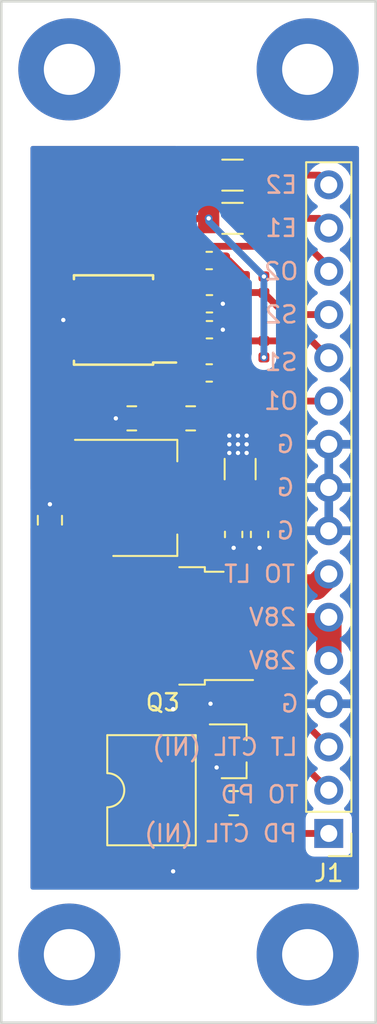
<source format=kicad_pcb>
(kicad_pcb (version 20171130) (host pcbnew 5.1.4+dfsg1-1)

  (general
    (thickness 1.6)
    (drawings 20)
    (tracks 102)
    (zones 0)
    (modules 32)
    (nets 21)
  )

  (page A4)
  (layers
    (0 F.Cu signal)
    (31 B.Cu signal)
    (34 B.Paste user)
    (35 F.Paste user)
    (36 B.SilkS user)
    (37 F.SilkS user)
    (38 B.Mask user)
    (39 F.Mask user)
    (44 Edge.Cuts user)
    (45 Margin user)
    (46 B.CrtYd user)
    (47 F.CrtYd user)
  )

  (setup
    (last_trace_width 1.5)
    (user_trace_width 1.5)
    (trace_clearance 0.16)
    (zone_clearance 0.508)
    (zone_45_only no)
    (trace_min 0.127)
    (via_size 0.4572)
    (via_drill 0.254)
    (via_min_size 0.4572)
    (via_min_drill 0.254)
    (uvia_size 0.3)
    (uvia_drill 0.1)
    (uvias_allowed no)
    (uvia_min_size 0)
    (uvia_min_drill 0)
    (edge_width 0.15)
    (segment_width 0.2)
    (pcb_text_width 0.3)
    (pcb_text_size 1.5 1.5)
    (mod_edge_width 0.15)
    (mod_text_size 1 1)
    (mod_text_width 0.15)
    (pad_size 2 3.8)
    (pad_drill 0)
    (pad_to_mask_clearance 0.2)
    (aux_axis_origin 0 0)
    (visible_elements 7FFFFFFF)
    (pcbplotparams
      (layerselection 0x010fc_ffffffff)
      (usegerberextensions true)
      (usegerberattributes false)
      (usegerberadvancedattributes false)
      (creategerberjobfile false)
      (excludeedgelayer true)
      (linewidth 0.150000)
      (plotframeref false)
      (viasonmask false)
      (mode 1)
      (useauxorigin false)
      (hpglpennumber 1)
      (hpglpenspeed 20)
      (hpglpendiameter 15.000000)
      (psnegative false)
      (psa4output false)
      (plotreference false)
      (plotvalue false)
      (plotinvisibletext false)
      (padsonsilk false)
      (subtractmaskfromsilk false)
      (outputformat 1)
      (mirror false)
      (drillshape 0)
      (scaleselection 1)
      (outputdirectory "gerber"))
  )

  (net 0 "")
  (net 1 "Net-(C2-Pad1)")
  (net 2 "Net-(C3-Pad2)")
  (net 3 "Net-(C1-Pad1)")
  (net 4 O1)
  (net 5 O2)
  (net 6 "Net-(C4-Pad2)")
  (net 7 E2+)
  (net 8 E1+)
  (net 9 S2+)
  (net 10 S1+)
  (net 11 "Net-(Q1-Pad1)")
  (net 12 "Net-(R17-Pad2)")
  (net 13 GND)
  (net 14 +28V)
  (net 15 5V)
  (net 16 "Net-(R10-Pad2)")
  (net 17 PD_IN)
  (net 18 PD_OUT)
  (net 19 LT_IN)
  (net 20 LT_OUT)

  (net_class Default "This is the default net class."
    (clearance 0.16)
    (trace_width 0.4)
    (via_dia 0.4572)
    (via_drill 0.254)
    (uvia_dia 0.3)
    (uvia_drill 0.1)
    (add_net +28V)
    (add_net 5V)
    (add_net E1+)
    (add_net E2+)
    (add_net GND)
    (add_net LT_IN)
    (add_net LT_OUT)
    (add_net "Net-(C1-Pad1)")
    (add_net "Net-(C2-Pad1)")
    (add_net "Net-(C3-Pad2)")
    (add_net "Net-(C4-Pad2)")
    (add_net "Net-(H1-Pad1)")
    (add_net "Net-(H2-Pad1)")
    (add_net "Net-(H3-Pad1)")
    (add_net "Net-(H4-Pad1)")
    (add_net "Net-(Q1-Pad1)")
    (add_net "Net-(R10-Pad2)")
    (add_net "Net-(R17-Pad2)")
    (add_net O1)
    (add_net O2)
    (add_net PD_IN)
    (add_net PD_OUT)
    (add_net S1+)
    (add_net S2+)
  )

  (module Package_TO_SOT_SMD:TO-252-2 (layer F.Cu) (tedit 5A70A390) (tstamp 5E2A582E)
    (at 132.4895 75.691 180)
    (descr "TO-252 / DPAK SMD package, http://www.infineon.com/cms/en/product/packages/PG-TO252/PG-TO252-3-1/")
    (tags "DPAK TO-252 DPAK-3 TO-252-3 SOT-428")
    (path /5E2C32C6)
    (attr smd)
    (fp_text reference Q3 (at 0 -4.5) (layer F.SilkS)
      (effects (font (size 1 1) (thickness 0.15)))
    )
    (fp_text value "N-channel MOSFET" (at 0 4.5) (layer F.Fab)
      (effects (font (size 1 1) (thickness 0.15)))
    )
    (fp_text user %R (at 0 0) (layer F.Fab)
      (effects (font (size 1 1) (thickness 0.15)))
    )
    (fp_line (start 5.55 -3.5) (end -5.55 -3.5) (layer F.CrtYd) (width 0.05))
    (fp_line (start 5.55 3.5) (end 5.55 -3.5) (layer F.CrtYd) (width 0.05))
    (fp_line (start -5.55 3.5) (end 5.55 3.5) (layer F.CrtYd) (width 0.05))
    (fp_line (start -5.55 -3.5) (end -5.55 3.5) (layer F.CrtYd) (width 0.05))
    (fp_line (start -2.47 3.18) (end -3.57 3.18) (layer F.SilkS) (width 0.12))
    (fp_line (start -2.47 3.45) (end -2.47 3.18) (layer F.SilkS) (width 0.12))
    (fp_line (start -0.97 3.45) (end -2.47 3.45) (layer F.SilkS) (width 0.12))
    (fp_line (start -2.47 -3.18) (end -5.3 -3.18) (layer F.SilkS) (width 0.12))
    (fp_line (start -2.47 -3.45) (end -2.47 -3.18) (layer F.SilkS) (width 0.12))
    (fp_line (start -0.97 -3.45) (end -2.47 -3.45) (layer F.SilkS) (width 0.12))
    (fp_line (start -4.97 2.655) (end -2.27 2.655) (layer F.Fab) (width 0.1))
    (fp_line (start -4.97 1.905) (end -4.97 2.655) (layer F.Fab) (width 0.1))
    (fp_line (start -2.27 1.905) (end -4.97 1.905) (layer F.Fab) (width 0.1))
    (fp_line (start -4.97 -1.905) (end -2.27 -1.905) (layer F.Fab) (width 0.1))
    (fp_line (start -4.97 -2.655) (end -4.97 -1.905) (layer F.Fab) (width 0.1))
    (fp_line (start -1.865 -2.655) (end -4.97 -2.655) (layer F.Fab) (width 0.1))
    (fp_line (start -1.27 -3.25) (end 3.95 -3.25) (layer F.Fab) (width 0.1))
    (fp_line (start -2.27 -2.25) (end -1.27 -3.25) (layer F.Fab) (width 0.1))
    (fp_line (start -2.27 3.25) (end -2.27 -2.25) (layer F.Fab) (width 0.1))
    (fp_line (start 3.95 3.25) (end -2.27 3.25) (layer F.Fab) (width 0.1))
    (fp_line (start 3.95 -3.25) (end 3.95 3.25) (layer F.Fab) (width 0.1))
    (fp_line (start 4.95 2.7) (end 3.95 2.7) (layer F.Fab) (width 0.1))
    (fp_line (start 4.95 -2.7) (end 4.95 2.7) (layer F.Fab) (width 0.1))
    (fp_line (start 3.95 -2.7) (end 4.95 -2.7) (layer F.Fab) (width 0.1))
    (pad "" smd rect (at 0.425 1.525 180) (size 3.05 2.75) (layers F.Paste))
    (pad "" smd rect (at 3.775 -1.525 180) (size 3.05 2.75) (layers F.Paste))
    (pad "" smd rect (at 0.425 -1.525 180) (size 3.05 2.75) (layers F.Paste))
    (pad "" smd rect (at 3.775 1.525 180) (size 3.05 2.75) (layers F.Paste))
    (pad 2 smd rect (at 2.1 0 180) (size 6.4 5.8) (layers F.Cu F.Mask)
      (net 14 +28V))
    (pad 3 smd rect (at -4.2 2.28 180) (size 2.2 1.2) (layers F.Cu F.Paste F.Mask)
      (net 20 LT_OUT))
    (pad 1 smd rect (at -4.2 -2.28 180) (size 2.2 1.2) (layers F.Cu F.Paste F.Mask)
      (net 19 LT_IN))
    (model ${KISYS3DMOD}/Package_TO_SOT_SMD.3dshapes/TO-252-2.wrl
      (at (xyz 0 0 0))
      (scale (xyz 1 1 1))
      (rotate (xyz 0 0 0))
    )
  )

  (module Connector_PinHeader_2.54mm:PinHeader_1x16_P2.54mm_Vertical (layer F.Cu) (tedit 59FED5CC) (tstamp 5E2A40EA)
    (at 142.24 87.884 180)
    (descr "Through hole straight pin header, 1x16, 2.54mm pitch, single row")
    (tags "Through hole pin header THT 1x16 2.54mm single row")
    (path /5E2E63A1)
    (fp_text reference J1 (at 0 -2.33) (layer F.SilkS)
      (effects (font (size 1 1) (thickness 0.15)))
    )
    (fp_text value Conn_01x16 (at 0 40.43) (layer F.Fab)
      (effects (font (size 1 1) (thickness 0.15)))
    )
    (fp_text user %R (at 0 19.05 90) (layer F.Fab)
      (effects (font (size 1 1) (thickness 0.15)))
    )
    (fp_line (start 1.8 -1.8) (end -1.8 -1.8) (layer F.CrtYd) (width 0.05))
    (fp_line (start 1.8 39.9) (end 1.8 -1.8) (layer F.CrtYd) (width 0.05))
    (fp_line (start -1.8 39.9) (end 1.8 39.9) (layer F.CrtYd) (width 0.05))
    (fp_line (start -1.8 -1.8) (end -1.8 39.9) (layer F.CrtYd) (width 0.05))
    (fp_line (start -1.33 -1.33) (end 0 -1.33) (layer F.SilkS) (width 0.12))
    (fp_line (start -1.33 0) (end -1.33 -1.33) (layer F.SilkS) (width 0.12))
    (fp_line (start -1.33 1.27) (end 1.33 1.27) (layer F.SilkS) (width 0.12))
    (fp_line (start 1.33 1.27) (end 1.33 39.43) (layer F.SilkS) (width 0.12))
    (fp_line (start -1.33 1.27) (end -1.33 39.43) (layer F.SilkS) (width 0.12))
    (fp_line (start -1.33 39.43) (end 1.33 39.43) (layer F.SilkS) (width 0.12))
    (fp_line (start -1.27 -0.635) (end -0.635 -1.27) (layer F.Fab) (width 0.1))
    (fp_line (start -1.27 39.37) (end -1.27 -0.635) (layer F.Fab) (width 0.1))
    (fp_line (start 1.27 39.37) (end -1.27 39.37) (layer F.Fab) (width 0.1))
    (fp_line (start 1.27 -1.27) (end 1.27 39.37) (layer F.Fab) (width 0.1))
    (fp_line (start -0.635 -1.27) (end 1.27 -1.27) (layer F.Fab) (width 0.1))
    (pad 16 thru_hole oval (at 0 38.1 180) (size 1.7 1.7) (drill 1) (layers *.Cu *.Mask)
      (net 7 E2+))
    (pad 15 thru_hole oval (at 0 35.56 180) (size 1.7 1.7) (drill 1) (layers *.Cu *.Mask)
      (net 8 E1+))
    (pad 14 thru_hole oval (at 0 33.02 180) (size 1.7 1.7) (drill 1) (layers *.Cu *.Mask)
      (net 5 O2))
    (pad 13 thru_hole oval (at 0 30.48 180) (size 1.7 1.7) (drill 1) (layers *.Cu *.Mask)
      (net 9 S2+))
    (pad 12 thru_hole oval (at 0 27.94 180) (size 1.7 1.7) (drill 1) (layers *.Cu *.Mask)
      (net 10 S1+))
    (pad 11 thru_hole oval (at 0 25.4 180) (size 1.7 1.7) (drill 1) (layers *.Cu *.Mask)
      (net 4 O1))
    (pad 10 thru_hole oval (at 0 22.86 180) (size 1.7 1.7) (drill 1) (layers *.Cu *.Mask)
      (net 13 GND))
    (pad 9 thru_hole oval (at 0 20.32 180) (size 1.7 1.7) (drill 1) (layers *.Cu *.Mask)
      (net 13 GND))
    (pad 8 thru_hole oval (at 0 17.78 180) (size 1.7 1.7) (drill 1) (layers *.Cu *.Mask)
      (net 13 GND))
    (pad 7 thru_hole oval (at 0 15.24 180) (size 1.7 1.7) (drill 1) (layers *.Cu *.Mask)
      (net 20 LT_OUT))
    (pad 6 thru_hole oval (at 0 12.7 180) (size 1.7 1.7) (drill 1) (layers *.Cu *.Mask)
      (net 14 +28V))
    (pad 5 thru_hole oval (at 0 10.16 180) (size 1.7 1.7) (drill 1) (layers *.Cu *.Mask)
      (net 14 +28V))
    (pad 4 thru_hole oval (at 0 7.62 180) (size 1.7 1.7) (drill 1) (layers *.Cu *.Mask)
      (net 13 GND))
    (pad 3 thru_hole oval (at 0 5.08 180) (size 1.7 1.7) (drill 1) (layers *.Cu *.Mask)
      (net 19 LT_IN))
    (pad 2 thru_hole oval (at 0 2.54 180) (size 1.7 1.7) (drill 1) (layers *.Cu *.Mask)
      (net 18 PD_OUT))
    (pad 1 thru_hole rect (at 0 0 180) (size 1.7 1.7) (drill 1) (layers *.Cu *.Mask)
      (net 17 PD_IN))
    (model ${KISYS3DMOD}/Connector_PinHeader_2.54mm.3dshapes/PinHeader_1x16_P2.54mm_Vertical.wrl
      (at (xyz 0 0 0))
      (scale (xyz 1 1 1))
      (rotate (xyz 0 0 0))
    )
  )

  (module Package_DIP:SMDIP-4_W9.53mm_Clearance8mm (layer F.Cu) (tedit 5A02E8C5) (tstamp 5E2A50B6)
    (at 131.826 85.344 90)
    (descr "4-lead surface-mounted (SMD) DIP package, row spacing 9.53 mm (375 mils), Clearance8mm")
    (tags "SMD DIP DIL PDIP SMDIP 2.54mm 9.53mm 375mil Clearance8mm")
    (path /5E2C9509)
    (attr smd)
    (fp_text reference U3 (at 0 -3.6 90) (layer F.SilkS) hide
      (effects (font (size 1 1) (thickness 0.15)))
    )
    (fp_text value SFH617A-1X007T (at 0 3.6 90) (layer F.Fab) hide
      (effects (font (size 1 1) (thickness 0.15)))
    )
    (fp_text user %R (at 0 0 90) (layer F.Fab) hide
      (effects (font (size 1 1) (thickness 0.15)))
    )
    (fp_line (start 5.8 -2.8) (end -5.8 -2.8) (layer F.CrtYd) (width 0.05))
    (fp_line (start 5.8 2.8) (end 5.8 -2.8) (layer F.CrtYd) (width 0.05))
    (fp_line (start -5.8 2.8) (end 5.8 2.8) (layer F.CrtYd) (width 0.05))
    (fp_line (start -5.8 -2.8) (end -5.8 2.8) (layer F.CrtYd) (width 0.05))
    (fp_line (start 3.235 -2.6) (end 1 -2.6) (layer F.SilkS) (width 0.12))
    (fp_line (start 3.235 2.6) (end 3.235 -2.6) (layer F.SilkS) (width 0.12))
    (fp_line (start -3.235 2.6) (end 3.235 2.6) (layer F.SilkS) (width 0.12))
    (fp_line (start -3.235 -2.6) (end -3.235 2.6) (layer F.SilkS) (width 0.12))
    (fp_line (start -1 -2.6) (end -3.235 -2.6) (layer F.SilkS) (width 0.12))
    (fp_line (start -3.175 -1.54) (end -2.175 -2.54) (layer F.Fab) (width 0.1))
    (fp_line (start -3.175 2.54) (end -3.175 -1.54) (layer F.Fab) (width 0.1))
    (fp_line (start 3.175 2.54) (end -3.175 2.54) (layer F.Fab) (width 0.1))
    (fp_line (start 3.175 -2.54) (end 3.175 2.54) (layer F.Fab) (width 0.1))
    (fp_line (start -2.175 -2.54) (end 3.175 -2.54) (layer F.Fab) (width 0.1))
    (fp_arc (start 0 -2.6) (end -1 -2.6) (angle -180) (layer F.SilkS) (width 0.12))
    (pad 4 smd rect (at 4.765 -1.27 90) (size 1.5 1.78) (layers F.Cu F.Paste F.Mask)
      (net 11 "Net-(Q1-Pad1)"))
    (pad 2 smd rect (at -4.765 1.27 90) (size 1.5 1.78) (layers F.Cu F.Paste F.Mask)
      (net 13 GND))
    (pad 3 smd rect (at 4.765 1.27 90) (size 1.5 1.78) (layers F.Cu F.Paste F.Mask)
      (net 13 GND))
    (pad 1 smd rect (at -4.765 -1.27 90) (size 1.5 1.78) (layers F.Cu F.Paste F.Mask)
      (net 16 "Net-(R10-Pad2)"))
    (model ${KISYS3DMOD}/Package_DIP.3dshapes/SMDIP-4_W9.53mm.wrl
      (at (xyz 0 0 0))
      (scale (xyz 1 1 1))
      (rotate (xyz 0 0 0))
    )
  )

  (module Resistor_SMD:R_0402_1005Metric (layer F.Cu) (tedit 5B301BBD) (tstamp 5E295246)
    (at 135.778 80.264 180)
    (descr "Resistor SMD 0402 (1005 Metric), square (rectangular) end terminal, IPC_7351 nominal, (Body size source: http://www.tortai-tech.com/upload/download/2011102023233369053.pdf), generated with kicad-footprint-generator")
    (tags resistor)
    (path /5E2C8F45)
    (attr smd)
    (fp_text reference R25 (at 0 -1.17) (layer F.SilkS) hide
      (effects (font (size 1 1) (thickness 0.15)))
    )
    (fp_text value 10k (at 0 1.17) (layer F.Fab) hide
      (effects (font (size 1 1) (thickness 0.15)))
    )
    (fp_text user %R (at 0 0) (layer F.Fab) hide
      (effects (font (size 0.25 0.25) (thickness 0.04)))
    )
    (fp_line (start 0.93 0.47) (end -0.93 0.47) (layer F.CrtYd) (width 0.05))
    (fp_line (start 0.93 -0.47) (end 0.93 0.47) (layer F.CrtYd) (width 0.05))
    (fp_line (start -0.93 -0.47) (end 0.93 -0.47) (layer F.CrtYd) (width 0.05))
    (fp_line (start -0.93 0.47) (end -0.93 -0.47) (layer F.CrtYd) (width 0.05))
    (fp_line (start 0.5 0.25) (end -0.5 0.25) (layer F.Fab) (width 0.1))
    (fp_line (start 0.5 -0.25) (end 0.5 0.25) (layer F.Fab) (width 0.1))
    (fp_line (start -0.5 -0.25) (end 0.5 -0.25) (layer F.Fab) (width 0.1))
    (fp_line (start -0.5 0.25) (end -0.5 -0.25) (layer F.Fab) (width 0.1))
    (pad 2 smd roundrect (at 0.485 0 180) (size 0.59 0.64) (layers F.Cu F.Paste F.Mask) (roundrect_rratio 0.25)
      (net 13 GND))
    (pad 1 smd roundrect (at -0.485 0 180) (size 0.59 0.64) (layers F.Cu F.Paste F.Mask) (roundrect_rratio 0.25)
      (net 19 LT_IN))
    (model ${KISYS3DMOD}/Resistor_SMD.3dshapes/R_0402_1005Metric.wrl
      (at (xyz 0 0 0))
      (scale (xyz 1 1 1))
      (rotate (xyz 0 0 0))
    )
  )

  (module Resistor_SMD:R_0402_1005Metric (layer F.Cu) (tedit 5B301BBD) (tstamp 5E2A5029)
    (at 128.27 81.534 90)
    (descr "Resistor SMD 0402 (1005 Metric), square (rectangular) end terminal, IPC_7351 nominal, (Body size source: http://www.tortai-tech.com/upload/download/2011102023233369053.pdf), generated with kicad-footprint-generator")
    (tags resistor)
    (path /5E2B6300)
    (attr smd)
    (fp_text reference R19 (at 0 -1.17 90) (layer F.SilkS) hide
      (effects (font (size 1 1) (thickness 0.15)))
    )
    (fp_text value 10k (at 0 1.17 90) (layer F.Fab) hide
      (effects (font (size 1 1) (thickness 0.15)))
    )
    (fp_text user %R (at 0 0 90) (layer F.Fab) hide
      (effects (font (size 0.25 0.25) (thickness 0.04)))
    )
    (fp_line (start 0.93 0.47) (end -0.93 0.47) (layer F.CrtYd) (width 0.05))
    (fp_line (start 0.93 -0.47) (end 0.93 0.47) (layer F.CrtYd) (width 0.05))
    (fp_line (start -0.93 -0.47) (end 0.93 -0.47) (layer F.CrtYd) (width 0.05))
    (fp_line (start -0.93 0.47) (end -0.93 -0.47) (layer F.CrtYd) (width 0.05))
    (fp_line (start 0.5 0.25) (end -0.5 0.25) (layer F.Fab) (width 0.1))
    (fp_line (start 0.5 -0.25) (end 0.5 0.25) (layer F.Fab) (width 0.1))
    (fp_line (start -0.5 -0.25) (end 0.5 -0.25) (layer F.Fab) (width 0.1))
    (fp_line (start -0.5 0.25) (end -0.5 -0.25) (layer F.Fab) (width 0.1))
    (pad 2 smd roundrect (at 0.485 0 90) (size 0.59 0.64) (layers F.Cu F.Paste F.Mask) (roundrect_rratio 0.25)
      (net 14 +28V))
    (pad 1 smd roundrect (at -0.485 0 90) (size 0.59 0.64) (layers F.Cu F.Paste F.Mask) (roundrect_rratio 0.25)
      (net 11 "Net-(Q1-Pad1)"))
    (model ${KISYS3DMOD}/Resistor_SMD.3dshapes/R_0402_1005Metric.wrl
      (at (xyz 0 0 0))
      (scale (xyz 1 1 1))
      (rotate (xyz 0 0 0))
    )
  )

  (module Resistor_SMD:R_0805_2012Metric (layer F.Cu) (tedit 5B36C52B) (tstamp 5E2A5055)
    (at 136.652 86.106 180)
    (descr "Resistor SMD 0805 (2012 Metric), square (rectangular) end terminal, IPC_7351 nominal, (Body size source: https://docs.google.com/spreadsheets/d/1BsfQQcO9C6DZCsRaXUlFlo91Tg2WpOkGARC1WS5S8t0/edit?usp=sharing), generated with kicad-footprint-generator")
    (tags resistor)
    (path /5E2D06A2)
    (attr smd)
    (fp_text reference R10 (at 0 -1.65) (layer F.SilkS) hide
      (effects (font (size 1 1) (thickness 0.15)))
    )
    (fp_text value 220 (at 0 1.65) (layer F.Fab) hide
      (effects (font (size 1 1) (thickness 0.15)))
    )
    (fp_text user %R (at 0 0) (layer F.Fab) hide
      (effects (font (size 0.5 0.5) (thickness 0.08)))
    )
    (fp_line (start 1.68 0.95) (end -1.68 0.95) (layer F.CrtYd) (width 0.05))
    (fp_line (start 1.68 -0.95) (end 1.68 0.95) (layer F.CrtYd) (width 0.05))
    (fp_line (start -1.68 -0.95) (end 1.68 -0.95) (layer F.CrtYd) (width 0.05))
    (fp_line (start -1.68 0.95) (end -1.68 -0.95) (layer F.CrtYd) (width 0.05))
    (fp_line (start -0.258578 0.71) (end 0.258578 0.71) (layer F.SilkS) (width 0.12))
    (fp_line (start -0.258578 -0.71) (end 0.258578 -0.71) (layer F.SilkS) (width 0.12))
    (fp_line (start 1 0.6) (end -1 0.6) (layer F.Fab) (width 0.1))
    (fp_line (start 1 -0.6) (end 1 0.6) (layer F.Fab) (width 0.1))
    (fp_line (start -1 -0.6) (end 1 -0.6) (layer F.Fab) (width 0.1))
    (fp_line (start -1 0.6) (end -1 -0.6) (layer F.Fab) (width 0.1))
    (pad 2 smd roundrect (at 0.9375 0 180) (size 0.975 1.4) (layers F.Cu F.Paste F.Mask) (roundrect_rratio 0.25)
      (net 16 "Net-(R10-Pad2)"))
    (pad 1 smd roundrect (at -0.9375 0 180) (size 0.975 1.4) (layers F.Cu F.Paste F.Mask) (roundrect_rratio 0.25)
      (net 17 PD_IN))
    (model ${KISYS3DMOD}/Resistor_SMD.3dshapes/R_0805_2012Metric.wrl
      (at (xyz 0 0 0))
      (scale (xyz 1 1 1))
      (rotate (xyz 0 0 0))
    )
  )

  (module Resistor_SMD:R_0402_1005Metric (layer F.Cu) (tedit 5B301BBD) (tstamp 5E2A5083)
    (at 127 81.534 90)
    (descr "Resistor SMD 0402 (1005 Metric), square (rectangular) end terminal, IPC_7351 nominal, (Body size source: http://www.tortai-tech.com/upload/download/2011102023233369053.pdf), generated with kicad-footprint-generator")
    (tags resistor)
    (path /5E2DBD30)
    (attr smd)
    (fp_text reference R9 (at 0 -1.17 90) (layer F.SilkS) hide
      (effects (font (size 1 1) (thickness 0.15)))
    )
    (fp_text value 10k (at 0 1.17 90) (layer F.Fab) hide
      (effects (font (size 1 1) (thickness 0.15)))
    )
    (fp_text user %R (at 0 0 90) (layer F.Fab) hide
      (effects (font (size 0.25 0.25) (thickness 0.04)))
    )
    (fp_line (start 0.93 0.47) (end -0.93 0.47) (layer F.CrtYd) (width 0.05))
    (fp_line (start 0.93 -0.47) (end 0.93 0.47) (layer F.CrtYd) (width 0.05))
    (fp_line (start -0.93 -0.47) (end 0.93 -0.47) (layer F.CrtYd) (width 0.05))
    (fp_line (start -0.93 0.47) (end -0.93 -0.47) (layer F.CrtYd) (width 0.05))
    (fp_line (start 0.5 0.25) (end -0.5 0.25) (layer F.Fab) (width 0.1))
    (fp_line (start 0.5 -0.25) (end 0.5 0.25) (layer F.Fab) (width 0.1))
    (fp_line (start -0.5 -0.25) (end 0.5 -0.25) (layer F.Fab) (width 0.1))
    (fp_line (start -0.5 0.25) (end -0.5 -0.25) (layer F.Fab) (width 0.1))
    (pad 2 smd roundrect (at 0.485 0 90) (size 0.59 0.64) (layers F.Cu F.Paste F.Mask) (roundrect_rratio 0.25)
      (net 14 +28V))
    (pad 1 smd roundrect (at -0.485 0 90) (size 0.59 0.64) (layers F.Cu F.Paste F.Mask) (roundrect_rratio 0.25)
      (net 18 PD_OUT))
    (model ${KISYS3DMOD}/Resistor_SMD.3dshapes/R_0402_1005Metric.wrl
      (at (xyz 0 0 0))
      (scale (xyz 1 1 1))
      (rotate (xyz 0 0 0))
    )
  )

  (module Capacitor_SMD:C_0603_1608Metric (layer F.Cu) (tedit 5B301BBE) (tstamp 5E2A24B0)
    (at 135.2296 56.769)
    (descr "Capacitor SMD 0603 (1608 Metric), square (rectangular) end terminal, IPC_7351 nominal, (Body size source: http://www.tortai-tech.com/upload/download/2011102023233369053.pdf), generated with kicad-footprint-generator")
    (tags capacitor)
    (path /5E2F0657)
    (attr smd)
    (fp_text reference C2 (at 0 -1.43 -180) (layer F.SilkS) hide
      (effects (font (size 1 1) (thickness 0.15)))
    )
    (fp_text value 0.1uF (at 0 1.43 -180) (layer F.Fab) hide
      (effects (font (size 1 1) (thickness 0.15)))
    )
    (fp_text user %R (at 0 0 -180) (layer F.Fab) hide
      (effects (font (size 0.4 0.4) (thickness 0.06)))
    )
    (fp_line (start 1.48 0.73) (end -1.48 0.73) (layer F.CrtYd) (width 0.05))
    (fp_line (start 1.48 -0.73) (end 1.48 0.73) (layer F.CrtYd) (width 0.05))
    (fp_line (start -1.48 -0.73) (end 1.48 -0.73) (layer F.CrtYd) (width 0.05))
    (fp_line (start -1.48 0.73) (end -1.48 -0.73) (layer F.CrtYd) (width 0.05))
    (fp_line (start -0.162779 0.51) (end 0.162779 0.51) (layer F.SilkS) (width 0.12))
    (fp_line (start -0.162779 -0.51) (end 0.162779 -0.51) (layer F.SilkS) (width 0.12))
    (fp_line (start 0.8 0.4) (end -0.8 0.4) (layer F.Fab) (width 0.1))
    (fp_line (start 0.8 -0.4) (end 0.8 0.4) (layer F.Fab) (width 0.1))
    (fp_line (start -0.8 -0.4) (end 0.8 -0.4) (layer F.Fab) (width 0.1))
    (fp_line (start -0.8 0.4) (end -0.8 -0.4) (layer F.Fab) (width 0.1))
    (pad 2 smd roundrect (at 0.7875 0) (size 0.875 0.95) (layers F.Cu F.Paste F.Mask) (roundrect_rratio 0.25)
      (net 13 GND))
    (pad 1 smd roundrect (at -0.7875 0) (size 0.875 0.95) (layers F.Cu F.Paste F.Mask) (roundrect_rratio 0.25)
      (net 1 "Net-(C2-Pad1)"))
    (model ${KISYS3DMOD}/Capacitor_SMD.3dshapes/C_0603_1608Metric.wrl
      (at (xyz 0 0 0))
      (scale (xyz 1 1 1))
      (rotate (xyz 0 0 0))
    )
  )

  (module Resistor_SMD:R_0402_1005Metric (layer F.Cu) (tedit 5B301BBD) (tstamp 5E28F5AE)
    (at 134.6605 59.563)
    (descr "Resistor SMD 0402 (1005 Metric), square (rectangular) end terminal, IPC_7351 nominal, (Body size source: http://www.tortai-tech.com/upload/download/2011102023233369053.pdf), generated with kicad-footprint-generator")
    (tags resistor)
    (path /5E2F05D2)
    (attr smd)
    (fp_text reference R7 (at 0 -1.17) (layer F.SilkS) hide
      (effects (font (size 1 1) (thickness 0.15)))
    )
    (fp_text value 10k (at 0 1.17) (layer F.Fab) hide
      (effects (font (size 1 1) (thickness 0.15)))
    )
    (fp_text user %R (at 0 0) (layer F.Fab) hide
      (effects (font (size 0.25 0.25) (thickness 0.04)))
    )
    (fp_line (start 0.93 0.47) (end -0.93 0.47) (layer F.CrtYd) (width 0.05))
    (fp_line (start 0.93 -0.47) (end 0.93 0.47) (layer F.CrtYd) (width 0.05))
    (fp_line (start -0.93 -0.47) (end 0.93 -0.47) (layer F.CrtYd) (width 0.05))
    (fp_line (start -0.93 0.47) (end -0.93 -0.47) (layer F.CrtYd) (width 0.05))
    (fp_line (start 0.5 0.25) (end -0.5 0.25) (layer F.Fab) (width 0.1))
    (fp_line (start 0.5 -0.25) (end 0.5 0.25) (layer F.Fab) (width 0.1))
    (fp_line (start -0.5 -0.25) (end 0.5 -0.25) (layer F.Fab) (width 0.1))
    (fp_line (start -0.5 0.25) (end -0.5 -0.25) (layer F.Fab) (width 0.1))
    (pad 2 smd roundrect (at 0.485 0) (size 0.59 0.64) (layers F.Cu F.Paste F.Mask) (roundrect_rratio 0.25)
      (net 2 "Net-(C3-Pad2)"))
    (pad 1 smd roundrect (at -0.485 0) (size 0.59 0.64) (layers F.Cu F.Paste F.Mask) (roundrect_rratio 0.25)
      (net 3 "Net-(C1-Pad1)"))
    (model ${KISYS3DMOD}/Resistor_SMD.3dshapes/R_0402_1005Metric.wrl
      (at (xyz 0 0 0))
      (scale (xyz 1 1 1))
      (rotate (xyz 0 0 0))
    )
  )

  (module Package_SO:TSSOP-14_4.4x5mm_P0.65mm (layer F.Cu) (tedit 5A02F25C) (tstamp 5E2A1B0D)
    (at 129.5944 57.7215 180)
    (descr "14-Lead Plastic Thin Shrink Small Outline (ST)-4.4 mm Body [TSSOP] (see Microchip Packaging Specification 00000049BS.pdf)")
    (tags "SSOP 0.65")
    (path /5E2F06A8)
    (attr smd)
    (fp_text reference U1 (at 0 -3.55) (layer F.SilkS) hide
      (effects (font (size 1 1) (thickness 0.15)))
    )
    (fp_text value LM2902 (at 0 3.55) (layer F.Fab) hide
      (effects (font (size 1 1) (thickness 0.15)))
    )
    (fp_text user %R (at 0 0) (layer F.Fab) hide
      (effects (font (size 0.8 0.8) (thickness 0.15)))
    )
    (fp_line (start -2.325 -2.5) (end -3.675 -2.5) (layer F.SilkS) (width 0.15))
    (fp_line (start -2.325 2.625) (end 2.325 2.625) (layer F.SilkS) (width 0.15))
    (fp_line (start -2.325 -2.625) (end 2.325 -2.625) (layer F.SilkS) (width 0.15))
    (fp_line (start -2.325 2.625) (end -2.325 2.4) (layer F.SilkS) (width 0.15))
    (fp_line (start 2.325 2.625) (end 2.325 2.4) (layer F.SilkS) (width 0.15))
    (fp_line (start 2.325 -2.625) (end 2.325 -2.4) (layer F.SilkS) (width 0.15))
    (fp_line (start -2.325 -2.625) (end -2.325 -2.5) (layer F.SilkS) (width 0.15))
    (fp_line (start -3.95 2.8) (end 3.95 2.8) (layer F.CrtYd) (width 0.05))
    (fp_line (start -3.95 -2.8) (end 3.95 -2.8) (layer F.CrtYd) (width 0.05))
    (fp_line (start 3.95 -2.8) (end 3.95 2.8) (layer F.CrtYd) (width 0.05))
    (fp_line (start -3.95 -2.8) (end -3.95 2.8) (layer F.CrtYd) (width 0.05))
    (fp_line (start -2.2 -1.5) (end -1.2 -2.5) (layer F.Fab) (width 0.15))
    (fp_line (start -2.2 2.5) (end -2.2 -1.5) (layer F.Fab) (width 0.15))
    (fp_line (start 2.2 2.5) (end -2.2 2.5) (layer F.Fab) (width 0.15))
    (fp_line (start 2.2 -2.5) (end 2.2 2.5) (layer F.Fab) (width 0.15))
    (fp_line (start -1.2 -2.5) (end 2.2 -2.5) (layer F.Fab) (width 0.15))
    (pad 14 smd rect (at 2.95 -1.95 180) (size 1.45 0.45) (layers F.Cu F.Paste F.Mask))
    (pad 13 smd rect (at 2.95 -1.3 180) (size 1.45 0.45) (layers F.Cu F.Paste F.Mask))
    (pad 12 smd rect (at 2.95 -0.65 180) (size 1.45 0.45) (layers F.Cu F.Paste F.Mask))
    (pad 11 smd rect (at 2.95 0 180) (size 1.45 0.45) (layers F.Cu F.Paste F.Mask)
      (net 13 GND))
    (pad 10 smd rect (at 2.95 0.65 180) (size 1.45 0.45) (layers F.Cu F.Paste F.Mask))
    (pad 9 smd rect (at 2.95 1.3 180) (size 1.45 0.45) (layers F.Cu F.Paste F.Mask))
    (pad 8 smd rect (at 2.95 1.95 180) (size 1.45 0.45) (layers F.Cu F.Paste F.Mask))
    (pad 7 smd rect (at -2.95 1.95 180) (size 1.45 0.45) (layers F.Cu F.Paste F.Mask)
      (net 5 O2))
    (pad 6 smd rect (at -2.95 1.3 180) (size 1.45 0.45) (layers F.Cu F.Paste F.Mask)
      (net 5 O2))
    (pad 5 smd rect (at -2.95 0.65 180) (size 1.45 0.45) (layers F.Cu F.Paste F.Mask)
      (net 1 "Net-(C2-Pad1)"))
    (pad 4 smd rect (at -2.95 0 180) (size 1.45 0.45) (layers F.Cu F.Paste F.Mask)
      (net 15 5V))
    (pad 3 smd rect (at -2.95 -0.65 180) (size 1.45 0.45) (layers F.Cu F.Paste F.Mask)
      (net 3 "Net-(C1-Pad1)"))
    (pad 2 smd rect (at -2.95 -1.3 180) (size 1.45 0.45) (layers F.Cu F.Paste F.Mask)
      (net 4 O1))
    (pad 1 smd rect (at -2.95 -1.95 180) (size 1.45 0.45) (layers F.Cu F.Paste F.Mask)
      (net 4 O1))
    (model ${KISYS3DMOD}/Package_SO.3dshapes/TSSOP-14_4.4x5mm_P0.65mm.wrl
      (at (xyz 0 0 0))
      (scale (xyz 1 1 1))
      (rotate (xyz 0 0 0))
    )
  )

  (module Resistor_SMD:R_0402_1005Metric (layer F.Cu) (tedit 5B301BBD) (tstamp 5E28F5BD)
    (at 134.6835 55.499)
    (descr "Resistor SMD 0402 (1005 Metric), square (rectangular) end terminal, IPC_7351 nominal, (Body size source: http://www.tortai-tech.com/upload/download/2011102023233369053.pdf), generated with kicad-footprint-generator")
    (tags resistor)
    (path /5E2F064E)
    (attr smd)
    (fp_text reference R8 (at 0 -1.17) (layer F.SilkS) hide
      (effects (font (size 1 1) (thickness 0.15)))
    )
    (fp_text value 10k (at 0 1.17) (layer F.Fab) hide
      (effects (font (size 1 1) (thickness 0.15)))
    )
    (fp_text user %R (at 0 0) (layer F.Fab) hide
      (effects (font (size 0.25 0.25) (thickness 0.04)))
    )
    (fp_line (start 0.93 0.47) (end -0.93 0.47) (layer F.CrtYd) (width 0.05))
    (fp_line (start 0.93 -0.47) (end 0.93 0.47) (layer F.CrtYd) (width 0.05))
    (fp_line (start -0.93 -0.47) (end 0.93 -0.47) (layer F.CrtYd) (width 0.05))
    (fp_line (start -0.93 0.47) (end -0.93 -0.47) (layer F.CrtYd) (width 0.05))
    (fp_line (start 0.5 0.25) (end -0.5 0.25) (layer F.Fab) (width 0.1))
    (fp_line (start 0.5 -0.25) (end 0.5 0.25) (layer F.Fab) (width 0.1))
    (fp_line (start -0.5 -0.25) (end 0.5 -0.25) (layer F.Fab) (width 0.1))
    (fp_line (start -0.5 0.25) (end -0.5 -0.25) (layer F.Fab) (width 0.1))
    (pad 2 smd roundrect (at 0.485 0) (size 0.59 0.64) (layers F.Cu F.Paste F.Mask) (roundrect_rratio 0.25)
      (net 6 "Net-(C4-Pad2)"))
    (pad 1 smd roundrect (at -0.485 0) (size 0.59 0.64) (layers F.Cu F.Paste F.Mask) (roundrect_rratio 0.25)
      (net 1 "Net-(C2-Pad1)"))
    (model ${KISYS3DMOD}/Resistor_SMD.3dshapes/R_0402_1005Metric.wrl
      (at (xyz 0 0 0))
      (scale (xyz 1 1 1))
      (rotate (xyz 0 0 0))
    )
  )

  (module Resistor_SMD:R_0402_1005Metric (layer F.Cu) (tedit 5B301BBD) (tstamp 5E28F59F)
    (at 137.287 55.626 270)
    (descr "Resistor SMD 0402 (1005 Metric), square (rectangular) end terminal, IPC_7351 nominal, (Body size source: http://www.tortai-tech.com/upload/download/2011102023233369053.pdf), generated with kicad-footprint-generator")
    (tags resistor)
    (path /5E2F0646)
    (attr smd)
    (fp_text reference R6 (at 0 -1.17 90) (layer F.SilkS) hide
      (effects (font (size 1 1) (thickness 0.15)))
    )
    (fp_text value 10k (at 0 1.17 90) (layer F.Fab) hide
      (effects (font (size 1 1) (thickness 0.15)))
    )
    (fp_text user %R (at 0 0 90) (layer F.Fab) hide
      (effects (font (size 0.25 0.25) (thickness 0.04)))
    )
    (fp_line (start 0.93 0.47) (end -0.93 0.47) (layer F.CrtYd) (width 0.05))
    (fp_line (start 0.93 -0.47) (end 0.93 0.47) (layer F.CrtYd) (width 0.05))
    (fp_line (start -0.93 -0.47) (end 0.93 -0.47) (layer F.CrtYd) (width 0.05))
    (fp_line (start -0.93 0.47) (end -0.93 -0.47) (layer F.CrtYd) (width 0.05))
    (fp_line (start 0.5 0.25) (end -0.5 0.25) (layer F.Fab) (width 0.1))
    (fp_line (start 0.5 -0.25) (end 0.5 0.25) (layer F.Fab) (width 0.1))
    (fp_line (start -0.5 -0.25) (end 0.5 -0.25) (layer F.Fab) (width 0.1))
    (fp_line (start -0.5 0.25) (end -0.5 -0.25) (layer F.Fab) (width 0.1))
    (pad 2 smd roundrect (at 0.485 0 270) (size 0.59 0.64) (layers F.Cu F.Paste F.Mask) (roundrect_rratio 0.25)
      (net 9 S2+))
    (pad 1 smd roundrect (at -0.485 0 270) (size 0.59 0.64) (layers F.Cu F.Paste F.Mask) (roundrect_rratio 0.25)
      (net 6 "Net-(C4-Pad2)"))
    (model ${KISYS3DMOD}/Resistor_SMD.3dshapes/R_0402_1005Metric.wrl
      (at (xyz 0 0 0))
      (scale (xyz 1 1 1))
      (rotate (xyz 0 0 0))
    )
  )

  (module Resistor_SMD:R_0402_1005Metric (layer F.Cu) (tedit 5B301BBD) (tstamp 5E28FD79)
    (at 137.287 59.436 90)
    (descr "Resistor SMD 0402 (1005 Metric), square (rectangular) end terminal, IPC_7351 nominal, (Body size source: http://www.tortai-tech.com/upload/download/2011102023233369053.pdf), generated with kicad-footprint-generator")
    (tags resistor)
    (path /5E2F05CA)
    (attr smd)
    (fp_text reference R5 (at 0 -1.17 90) (layer F.SilkS) hide
      (effects (font (size 1 1) (thickness 0.15)))
    )
    (fp_text value 10k (at 0 1.17 90) (layer F.Fab) hide
      (effects (font (size 1 1) (thickness 0.15)))
    )
    (fp_text user %R (at 0 0 90) (layer F.Fab) hide
      (effects (font (size 0.25 0.25) (thickness 0.04)))
    )
    (fp_line (start 0.93 0.47) (end -0.93 0.47) (layer F.CrtYd) (width 0.05))
    (fp_line (start 0.93 -0.47) (end 0.93 0.47) (layer F.CrtYd) (width 0.05))
    (fp_line (start -0.93 -0.47) (end 0.93 -0.47) (layer F.CrtYd) (width 0.05))
    (fp_line (start -0.93 0.47) (end -0.93 -0.47) (layer F.CrtYd) (width 0.05))
    (fp_line (start 0.5 0.25) (end -0.5 0.25) (layer F.Fab) (width 0.1))
    (fp_line (start 0.5 -0.25) (end 0.5 0.25) (layer F.Fab) (width 0.1))
    (fp_line (start -0.5 -0.25) (end 0.5 -0.25) (layer F.Fab) (width 0.1))
    (fp_line (start -0.5 0.25) (end -0.5 -0.25) (layer F.Fab) (width 0.1))
    (pad 2 smd roundrect (at 0.485 0 90) (size 0.59 0.64) (layers F.Cu F.Paste F.Mask) (roundrect_rratio 0.25)
      (net 10 S1+))
    (pad 1 smd roundrect (at -0.485 0 90) (size 0.59 0.64) (layers F.Cu F.Paste F.Mask) (roundrect_rratio 0.25)
      (net 2 "Net-(C3-Pad2)"))
    (model ${KISYS3DMOD}/Resistor_SMD.3dshapes/R_0402_1005Metric.wrl
      (at (xyz 0 0 0))
      (scale (xyz 1 1 1))
      (rotate (xyz 0 0 0))
    )
  )

  (module Resistor_SMD:R_0402_1005Metric (layer F.Cu) (tedit 5B301BBD) (tstamp 5E28F581)
    (at 138.43 55.649 270)
    (descr "Resistor SMD 0402 (1005 Metric), square (rectangular) end terminal, IPC_7351 nominal, (Body size source: http://www.tortai-tech.com/upload/download/2011102023233369053.pdf), generated with kicad-footprint-generator")
    (tags resistor)
    (path /5E2F062A)
    (attr smd)
    (fp_text reference R4 (at 0 -1.17 90) (layer F.SilkS) hide
      (effects (font (size 1 1) (thickness 0.15)))
    )
    (fp_text value 10k (at 0 1.17 90) (layer F.Fab) hide
      (effects (font (size 1 1) (thickness 0.15)))
    )
    (fp_text user %R (at 0 0 90) (layer F.Fab) hide
      (effects (font (size 0.25 0.25) (thickness 0.04)))
    )
    (fp_line (start 0.93 0.47) (end -0.93 0.47) (layer F.CrtYd) (width 0.05))
    (fp_line (start 0.93 -0.47) (end 0.93 0.47) (layer F.CrtYd) (width 0.05))
    (fp_line (start -0.93 -0.47) (end 0.93 -0.47) (layer F.CrtYd) (width 0.05))
    (fp_line (start -0.93 0.47) (end -0.93 -0.47) (layer F.CrtYd) (width 0.05))
    (fp_line (start 0.5 0.25) (end -0.5 0.25) (layer F.Fab) (width 0.1))
    (fp_line (start 0.5 -0.25) (end 0.5 0.25) (layer F.Fab) (width 0.1))
    (fp_line (start -0.5 -0.25) (end 0.5 -0.25) (layer F.Fab) (width 0.1))
    (fp_line (start -0.5 0.25) (end -0.5 -0.25) (layer F.Fab) (width 0.1))
    (pad 2 smd roundrect (at 0.485 0 270) (size 0.59 0.64) (layers F.Cu F.Paste F.Mask) (roundrect_rratio 0.25)
      (net 9 S2+))
    (pad 1 smd roundrect (at -0.485 0 270) (size 0.59 0.64) (layers F.Cu F.Paste F.Mask) (roundrect_rratio 0.25)
      (net 15 5V))
    (model ${KISYS3DMOD}/Resistor_SMD.3dshapes/R_0402_1005Metric.wrl
      (at (xyz 0 0 0))
      (scale (xyz 1 1 1))
      (rotate (xyz 0 0 0))
    )
  )

  (module Resistor_SMD:R_0402_1005Metric (layer F.Cu) (tedit 5B301BBD) (tstamp 5E2A080D)
    (at 138.43 59.436 90)
    (descr "Resistor SMD 0402 (1005 Metric), square (rectangular) end terminal, IPC_7351 nominal, (Body size source: http://www.tortai-tech.com/upload/download/2011102023233369053.pdf), generated with kicad-footprint-generator")
    (tags resistor)
    (path /5E2F05AE)
    (attr smd)
    (fp_text reference R3 (at 0 -1.17 90) (layer F.SilkS) hide
      (effects (font (size 1 1) (thickness 0.15)))
    )
    (fp_text value 10k (at 0 1.17 90) (layer F.Fab) hide
      (effects (font (size 1 1) (thickness 0.15)))
    )
    (fp_text user %R (at 0 0 90) (layer F.Fab) hide
      (effects (font (size 0.25 0.25) (thickness 0.04)))
    )
    (fp_line (start 0.93 0.47) (end -0.93 0.47) (layer F.CrtYd) (width 0.05))
    (fp_line (start 0.93 -0.47) (end 0.93 0.47) (layer F.CrtYd) (width 0.05))
    (fp_line (start -0.93 -0.47) (end 0.93 -0.47) (layer F.CrtYd) (width 0.05))
    (fp_line (start -0.93 0.47) (end -0.93 -0.47) (layer F.CrtYd) (width 0.05))
    (fp_line (start 0.5 0.25) (end -0.5 0.25) (layer F.Fab) (width 0.1))
    (fp_line (start 0.5 -0.25) (end 0.5 0.25) (layer F.Fab) (width 0.1))
    (fp_line (start -0.5 -0.25) (end 0.5 -0.25) (layer F.Fab) (width 0.1))
    (fp_line (start -0.5 0.25) (end -0.5 -0.25) (layer F.Fab) (width 0.1))
    (pad 2 smd roundrect (at 0.485 0 90) (size 0.59 0.64) (layers F.Cu F.Paste F.Mask) (roundrect_rratio 0.25)
      (net 10 S1+))
    (pad 1 smd roundrect (at -0.485 0 90) (size 0.59 0.64) (layers F.Cu F.Paste F.Mask) (roundrect_rratio 0.25)
      (net 15 5V))
    (model ${KISYS3DMOD}/Resistor_SMD.3dshapes/R_0402_1005Metric.wrl
      (at (xyz 0 0 0))
      (scale (xyz 1 1 1))
      (rotate (xyz 0 0 0))
    )
  )

  (module Resistor_SMD:R_1206_3216Metric (layer F.Cu) (tedit 5B301BBD) (tstamp 5E2A1BB2)
    (at 136.5855 49.2125)
    (descr "Resistor SMD 1206 (3216 Metric), square (rectangular) end terminal, IPC_7351 nominal, (Body size source: http://www.tortai-tech.com/upload/download/2011102023233369053.pdf), generated with kicad-footprint-generator")
    (tags resistor)
    (path /5E2F0638)
    (attr smd)
    (fp_text reference R2 (at 0 -1.82) (layer F.SilkS) hide
      (effects (font (size 1 1) (thickness 0.15)))
    )
    (fp_text value "100 0.25W" (at 0 1.82) (layer F.Fab) hide
      (effects (font (size 1 1) (thickness 0.15)))
    )
    (fp_line (start -1.6 0.8) (end -1.6 -0.8) (layer F.Fab) (width 0.1))
    (fp_line (start -1.6 -0.8) (end 1.6 -0.8) (layer F.Fab) (width 0.1))
    (fp_line (start 1.6 -0.8) (end 1.6 0.8) (layer F.Fab) (width 0.1))
    (fp_line (start 1.6 0.8) (end -1.6 0.8) (layer F.Fab) (width 0.1))
    (fp_line (start -0.602064 -0.91) (end 0.602064 -0.91) (layer F.SilkS) (width 0.12))
    (fp_line (start -0.602064 0.91) (end 0.602064 0.91) (layer F.SilkS) (width 0.12))
    (fp_line (start -2.28 1.12) (end -2.28 -1.12) (layer F.CrtYd) (width 0.05))
    (fp_line (start -2.28 -1.12) (end 2.28 -1.12) (layer F.CrtYd) (width 0.05))
    (fp_line (start 2.28 -1.12) (end 2.28 1.12) (layer F.CrtYd) (width 0.05))
    (fp_line (start 2.28 1.12) (end -2.28 1.12) (layer F.CrtYd) (width 0.05))
    (fp_text user %R (at 0 0) (layer F.Fab) hide
      (effects (font (size 0.8 0.8) (thickness 0.12)))
    )
    (pad 1 smd roundrect (at -1.4 0) (size 1.25 1.75) (layers F.Cu F.Paste F.Mask) (roundrect_rratio 0.2)
      (net 15 5V))
    (pad 2 smd roundrect (at 1.4 0) (size 1.25 1.75) (layers F.Cu F.Paste F.Mask) (roundrect_rratio 0.2)
      (net 7 E2+))
    (model ${KISYS3DMOD}/Resistor_SMD.3dshapes/R_1206_3216Metric.wrl
      (at (xyz 0 0 0))
      (scale (xyz 1 1 1))
      (rotate (xyz 0 0 0))
    )
  )

  (module Resistor_SMD:R_1206_3216Metric (layer F.Cu) (tedit 5B301BBD) (tstamp 5E2A2882)
    (at 136.5855 51.7525)
    (descr "Resistor SMD 1206 (3216 Metric), square (rectangular) end terminal, IPC_7351 nominal, (Body size source: http://www.tortai-tech.com/upload/download/2011102023233369053.pdf), generated with kicad-footprint-generator")
    (tags resistor)
    (path /5E2F05BC)
    (attr smd)
    (fp_text reference R1 (at 0 -1.82) (layer F.SilkS) hide
      (effects (font (size 1 1) (thickness 0.15)))
    )
    (fp_text value "100 0.25W" (at 0 1.82) (layer F.Fab) hide
      (effects (font (size 1 1) (thickness 0.15)))
    )
    (fp_text user %R (at 0 0) (layer F.Fab) hide
      (effects (font (size 0.8 0.8) (thickness 0.12)))
    )
    (fp_line (start 2.28 1.12) (end -2.28 1.12) (layer F.CrtYd) (width 0.05))
    (fp_line (start 2.28 -1.12) (end 2.28 1.12) (layer F.CrtYd) (width 0.05))
    (fp_line (start -2.28 -1.12) (end 2.28 -1.12) (layer F.CrtYd) (width 0.05))
    (fp_line (start -2.28 1.12) (end -2.28 -1.12) (layer F.CrtYd) (width 0.05))
    (fp_line (start -0.602064 0.91) (end 0.602064 0.91) (layer F.SilkS) (width 0.12))
    (fp_line (start -0.602064 -0.91) (end 0.602064 -0.91) (layer F.SilkS) (width 0.12))
    (fp_line (start 1.6 0.8) (end -1.6 0.8) (layer F.Fab) (width 0.1))
    (fp_line (start 1.6 -0.8) (end 1.6 0.8) (layer F.Fab) (width 0.1))
    (fp_line (start -1.6 -0.8) (end 1.6 -0.8) (layer F.Fab) (width 0.1))
    (fp_line (start -1.6 0.8) (end -1.6 -0.8) (layer F.Fab) (width 0.1))
    (pad 2 smd roundrect (at 1.4 0) (size 1.25 1.75) (layers F.Cu F.Paste F.Mask) (roundrect_rratio 0.2)
      (net 8 E1+))
    (pad 1 smd roundrect (at -1.4 0) (size 1.25 1.75) (layers F.Cu F.Paste F.Mask) (roundrect_rratio 0.2)
      (net 15 5V))
    (model ${KISYS3DMOD}/Resistor_SMD.3dshapes/R_1206_3216Metric.wrl
      (at (xyz 0 0 0))
      (scale (xyz 1 1 1))
      (rotate (xyz 0 0 0))
    )
  )

  (module Capacitor_SMD:C_0603_1608Metric (layer F.Cu) (tedit 5B301BBE) (tstamp 5E293136)
    (at 136.652 70.32 90)
    (descr "Capacitor SMD 0603 (1608 Metric), square (rectangular) end terminal, IPC_7351 nominal, (Body size source: http://www.tortai-tech.com/upload/download/2011102023233369053.pdf), generated with kicad-footprint-generator")
    (tags capacitor)
    (path /5E2F05F8)
    (attr smd)
    (fp_text reference C6 (at 0 -1.43 270) (layer F.SilkS) hide
      (effects (font (size 1 1) (thickness 0.15)))
    )
    (fp_text value 0.1uF (at 0 1.43 270) (layer F.Fab) hide
      (effects (font (size 1 1) (thickness 0.15)))
    )
    (fp_text user %R (at 0 0 270) (layer F.Fab) hide
      (effects (font (size 0.4 0.4) (thickness 0.06)))
    )
    (fp_line (start 1.48 0.73) (end -1.48 0.73) (layer F.CrtYd) (width 0.05))
    (fp_line (start 1.48 -0.73) (end 1.48 0.73) (layer F.CrtYd) (width 0.05))
    (fp_line (start -1.48 -0.73) (end 1.48 -0.73) (layer F.CrtYd) (width 0.05))
    (fp_line (start -1.48 0.73) (end -1.48 -0.73) (layer F.CrtYd) (width 0.05))
    (fp_line (start -0.162779 0.51) (end 0.162779 0.51) (layer F.SilkS) (width 0.12))
    (fp_line (start -0.162779 -0.51) (end 0.162779 -0.51) (layer F.SilkS) (width 0.12))
    (fp_line (start 0.8 0.4) (end -0.8 0.4) (layer F.Fab) (width 0.1))
    (fp_line (start 0.8 -0.4) (end 0.8 0.4) (layer F.Fab) (width 0.1))
    (fp_line (start -0.8 -0.4) (end 0.8 -0.4) (layer F.Fab) (width 0.1))
    (fp_line (start -0.8 0.4) (end -0.8 -0.4) (layer F.Fab) (width 0.1))
    (pad 2 smd roundrect (at 0.7875 0 90) (size 0.875 0.95) (layers F.Cu F.Paste F.Mask) (roundrect_rratio 0.25)
      (net 15 5V))
    (pad 1 smd roundrect (at -0.7875 0 90) (size 0.875 0.95) (layers F.Cu F.Paste F.Mask) (roundrect_rratio 0.25)
      (net 13 GND))
    (model ${KISYS3DMOD}/Capacitor_SMD.3dshapes/C_0603_1608Metric.wrl
      (at (xyz 0 0 0))
      (scale (xyz 1 1 1))
      (rotate (xyz 0 0 0))
    )
  )

  (module Capacitor_SMD:C_1206_3216Metric (layer F.Cu) (tedit 5B301BBE) (tstamp 5E2947E2)
    (at 137.033 66.4815 270)
    (descr "Capacitor SMD 1206 (3216 Metric), square (rectangular) end terminal, IPC_7351 nominal, (Body size source: http://www.tortai-tech.com/upload/download/2011102023233369053.pdf), generated with kicad-footprint-generator")
    (tags capacitor)
    (path /5E2F0612)
    (attr smd)
    (fp_text reference C5 (at 0 -1.82 90) (layer F.SilkS) hide
      (effects (font (size 1 1) (thickness 0.15)))
    )
    (fp_text value 10uF (at 0 1.82 90) (layer F.Fab) hide
      (effects (font (size 1 1) (thickness 0.15)))
    )
    (fp_text user %R (at 0 0 90) (layer F.Fab) hide
      (effects (font (size 0.8 0.8) (thickness 0.12)))
    )
    (fp_line (start 2.28 1.12) (end -2.28 1.12) (layer F.CrtYd) (width 0.05))
    (fp_line (start 2.28 -1.12) (end 2.28 1.12) (layer F.CrtYd) (width 0.05))
    (fp_line (start -2.28 -1.12) (end 2.28 -1.12) (layer F.CrtYd) (width 0.05))
    (fp_line (start -2.28 1.12) (end -2.28 -1.12) (layer F.CrtYd) (width 0.05))
    (fp_line (start -0.602064 0.91) (end 0.602064 0.91) (layer F.SilkS) (width 0.12))
    (fp_line (start -0.602064 -0.91) (end 0.602064 -0.91) (layer F.SilkS) (width 0.12))
    (fp_line (start 1.6 0.8) (end -1.6 0.8) (layer F.Fab) (width 0.1))
    (fp_line (start 1.6 -0.8) (end 1.6 0.8) (layer F.Fab) (width 0.1))
    (fp_line (start -1.6 -0.8) (end 1.6 -0.8) (layer F.Fab) (width 0.1))
    (fp_line (start -1.6 0.8) (end -1.6 -0.8) (layer F.Fab) (width 0.1))
    (pad 2 smd roundrect (at 1.4 0 270) (size 1.25 1.75) (layers F.Cu F.Paste F.Mask) (roundrect_rratio 0.2)
      (net 15 5V))
    (pad 1 smd roundrect (at -1.4 0 270) (size 1.25 1.75) (layers F.Cu F.Paste F.Mask) (roundrect_rratio 0.2)
      (net 13 GND))
    (model ${KISYS3DMOD}/Capacitor_SMD.3dshapes/C_1206_3216Metric.wrl
      (at (xyz 0 0 0))
      (scale (xyz 1 1 1))
      (rotate (xyz 0 0 0))
    )
  )

  (module Capacitor_SMD:C_0603_1608Metric (layer F.Cu) (tedit 5B301BBE) (tstamp 5E2A23B2)
    (at 135.217 54.229)
    (descr "Capacitor SMD 0603 (1608 Metric), square (rectangular) end terminal, IPC_7351 nominal, (Body size source: http://www.tortai-tech.com/upload/download/2011102023233369053.pdf), generated with kicad-footprint-generator")
    (tags capacitor)
    (path /5E2F065F)
    (attr smd)
    (fp_text reference C4 (at 0 -1.43) (layer F.SilkS) hide
      (effects (font (size 1 1) (thickness 0.15)))
    )
    (fp_text value 0.1uF (at 0 1.43) (layer F.Fab) hide
      (effects (font (size 1 1) (thickness 0.15)))
    )
    (fp_text user %R (at 0 0) (layer F.Fab) hide
      (effects (font (size 0.4 0.4) (thickness 0.06)))
    )
    (fp_line (start 1.48 0.73) (end -1.48 0.73) (layer F.CrtYd) (width 0.05))
    (fp_line (start 1.48 -0.73) (end 1.48 0.73) (layer F.CrtYd) (width 0.05))
    (fp_line (start -1.48 -0.73) (end 1.48 -0.73) (layer F.CrtYd) (width 0.05))
    (fp_line (start -1.48 0.73) (end -1.48 -0.73) (layer F.CrtYd) (width 0.05))
    (fp_line (start -0.162779 0.51) (end 0.162779 0.51) (layer F.SilkS) (width 0.12))
    (fp_line (start -0.162779 -0.51) (end 0.162779 -0.51) (layer F.SilkS) (width 0.12))
    (fp_line (start 0.8 0.4) (end -0.8 0.4) (layer F.Fab) (width 0.1))
    (fp_line (start 0.8 -0.4) (end 0.8 0.4) (layer F.Fab) (width 0.1))
    (fp_line (start -0.8 -0.4) (end 0.8 -0.4) (layer F.Fab) (width 0.1))
    (fp_line (start -0.8 0.4) (end -0.8 -0.4) (layer F.Fab) (width 0.1))
    (pad 2 smd roundrect (at 0.7875 0) (size 0.875 0.95) (layers F.Cu F.Paste F.Mask) (roundrect_rratio 0.25)
      (net 6 "Net-(C4-Pad2)"))
    (pad 1 smd roundrect (at -0.7875 0) (size 0.875 0.95) (layers F.Cu F.Paste F.Mask) (roundrect_rratio 0.25)
      (net 5 O2))
    (model ${KISYS3DMOD}/Capacitor_SMD.3dshapes/C_0603_1608Metric.wrl
      (at (xyz 0 0 0))
      (scale (xyz 1 1 1))
      (rotate (xyz 0 0 0))
    )
  )

  (module Capacitor_SMD:C_0603_1608Metric (layer F.Cu) (tedit 5B301BBE) (tstamp 5E28F3DB)
    (at 135.217 60.833)
    (descr "Capacitor SMD 0603 (1608 Metric), square (rectangular) end terminal, IPC_7351 nominal, (Body size source: http://www.tortai-tech.com/upload/download/2011102023233369053.pdf), generated with kicad-footprint-generator")
    (tags capacitor)
    (path /5E2F05E3)
    (attr smd)
    (fp_text reference C3 (at 0 -1.43) (layer F.SilkS) hide
      (effects (font (size 1 1) (thickness 0.15)))
    )
    (fp_text value 0.1uF (at 0 1.43) (layer F.Fab) hide
      (effects (font (size 1 1) (thickness 0.15)))
    )
    (fp_text user %R (at 0 0) (layer F.Fab) hide
      (effects (font (size 0.4 0.4) (thickness 0.06)))
    )
    (fp_line (start 1.48 0.73) (end -1.48 0.73) (layer F.CrtYd) (width 0.05))
    (fp_line (start 1.48 -0.73) (end 1.48 0.73) (layer F.CrtYd) (width 0.05))
    (fp_line (start -1.48 -0.73) (end 1.48 -0.73) (layer F.CrtYd) (width 0.05))
    (fp_line (start -1.48 0.73) (end -1.48 -0.73) (layer F.CrtYd) (width 0.05))
    (fp_line (start -0.162779 0.51) (end 0.162779 0.51) (layer F.SilkS) (width 0.12))
    (fp_line (start -0.162779 -0.51) (end 0.162779 -0.51) (layer F.SilkS) (width 0.12))
    (fp_line (start 0.8 0.4) (end -0.8 0.4) (layer F.Fab) (width 0.1))
    (fp_line (start 0.8 -0.4) (end 0.8 0.4) (layer F.Fab) (width 0.1))
    (fp_line (start -0.8 -0.4) (end 0.8 -0.4) (layer F.Fab) (width 0.1))
    (fp_line (start -0.8 0.4) (end -0.8 -0.4) (layer F.Fab) (width 0.1))
    (pad 2 smd roundrect (at 0.7875 0) (size 0.875 0.95) (layers F.Cu F.Paste F.Mask) (roundrect_rratio 0.25)
      (net 2 "Net-(C3-Pad2)"))
    (pad 1 smd roundrect (at -0.7875 0) (size 0.875 0.95) (layers F.Cu F.Paste F.Mask) (roundrect_rratio 0.25)
      (net 4 O1))
    (model ${KISYS3DMOD}/Capacitor_SMD.3dshapes/C_0603_1608Metric.wrl
      (at (xyz 0 0 0))
      (scale (xyz 1 1 1))
      (rotate (xyz 0 0 0))
    )
  )

  (module Capacitor_SMD:C_0603_1608Metric (layer F.Cu) (tedit 5B301BBE) (tstamp 5E28F3B9)
    (at 135.2295 58.293)
    (descr "Capacitor SMD 0603 (1608 Metric), square (rectangular) end terminal, IPC_7351 nominal, (Body size source: http://www.tortai-tech.com/upload/download/2011102023233369053.pdf), generated with kicad-footprint-generator")
    (tags capacitor)
    (path /5E2F05DB)
    (attr smd)
    (fp_text reference C1 (at 0 -1.43) (layer F.SilkS) hide
      (effects (font (size 1 1) (thickness 0.15)))
    )
    (fp_text value 0.1uF (at 0 1.43) (layer F.Fab) hide
      (effects (font (size 1 1) (thickness 0.15)))
    )
    (fp_text user %R (at 0 0) (layer F.Fab) hide
      (effects (font (size 0.4 0.4) (thickness 0.06)))
    )
    (fp_line (start 1.48 0.73) (end -1.48 0.73) (layer F.CrtYd) (width 0.05))
    (fp_line (start 1.48 -0.73) (end 1.48 0.73) (layer F.CrtYd) (width 0.05))
    (fp_line (start -1.48 -0.73) (end 1.48 -0.73) (layer F.CrtYd) (width 0.05))
    (fp_line (start -1.48 0.73) (end -1.48 -0.73) (layer F.CrtYd) (width 0.05))
    (fp_line (start -0.162779 0.51) (end 0.162779 0.51) (layer F.SilkS) (width 0.12))
    (fp_line (start -0.162779 -0.51) (end 0.162779 -0.51) (layer F.SilkS) (width 0.12))
    (fp_line (start 0.8 0.4) (end -0.8 0.4) (layer F.Fab) (width 0.1))
    (fp_line (start 0.8 -0.4) (end 0.8 0.4) (layer F.Fab) (width 0.1))
    (fp_line (start -0.8 -0.4) (end 0.8 -0.4) (layer F.Fab) (width 0.1))
    (fp_line (start -0.8 0.4) (end -0.8 -0.4) (layer F.Fab) (width 0.1))
    (pad 2 smd roundrect (at 0.7875 0) (size 0.875 0.95) (layers F.Cu F.Paste F.Mask) (roundrect_rratio 0.25)
      (net 13 GND))
    (pad 1 smd roundrect (at -0.7875 0) (size 0.875 0.95) (layers F.Cu F.Paste F.Mask) (roundrect_rratio 0.25)
      (net 3 "Net-(C1-Pad1)"))
    (model ${KISYS3DMOD}/Capacitor_SMD.3dshapes/C_0603_1608Metric.wrl
      (at (xyz 0 0 0))
      (scale (xyz 1 1 1))
      (rotate (xyz 0 0 0))
    )
  )

  (module Package_TO_SOT_SMD:SOT-223 (layer F.Cu) (tedit 5E29FAFC) (tstamp 5E294772)
    (at 131.4323 68.1736)
    (descr "module CMS SOT223 4 pins")
    (tags "CMS SOT")
    (path /5E29C659)
    (attr smd)
    (fp_text reference U2 (at 0 -4.5) (layer F.SilkS) hide
      (effects (font (size 1 1) (thickness 0.15)))
    )
    (fp_text value LM317_3PinPackage (at 0 4.5) (layer F.Fab) hide
      (effects (font (size 1 1) (thickness 0.15)))
    )
    (fp_line (start 1.85 -3.35) (end 1.85 3.35) (layer F.Fab) (width 0.1))
    (fp_line (start -1.85 3.35) (end 1.85 3.35) (layer F.Fab) (width 0.1))
    (fp_line (start -4.1 -3.41) (end 1.91 -3.41) (layer F.SilkS) (width 0.12))
    (fp_line (start -0.8 -3.35) (end 1.85 -3.35) (layer F.Fab) (width 0.1))
    (fp_line (start -1.85 3.41) (end 1.91 3.41) (layer F.SilkS) (width 0.12))
    (fp_line (start -1.85 -2.3) (end -1.85 3.35) (layer F.Fab) (width 0.1))
    (fp_line (start -4.4 -3.6) (end -4.4 3.6) (layer F.CrtYd) (width 0.05))
    (fp_line (start -4.4 3.6) (end 4.4 3.6) (layer F.CrtYd) (width 0.05))
    (fp_line (start 4.4 3.6) (end 4.4 -3.6) (layer F.CrtYd) (width 0.05))
    (fp_line (start 4.4 -3.6) (end -4.4 -3.6) (layer F.CrtYd) (width 0.05))
    (fp_line (start 1.91 -3.41) (end 1.91 -2.15) (layer F.SilkS) (width 0.12))
    (fp_line (start 1.91 3.41) (end 1.91 2.15) (layer F.SilkS) (width 0.12))
    (fp_line (start -1.85 -2.3) (end -0.8 -3.35) (layer F.Fab) (width 0.1))
    (fp_text user %R (at 0 0 90) (layer F.Fab) hide
      (effects (font (size 0.8 0.8) (thickness 0.12)))
    )
    (pad 1 smd rect (at -3.15 -2.3) (size 2 1.5) (layers F.Cu F.Paste F.Mask)
      (net 12 "Net-(R17-Pad2)"))
    (pad 3 smd rect (at -3.15 2.3) (size 2 1.5) (layers F.Cu F.Paste F.Mask)
      (net 14 +28V))
    (pad 2 smd rect (at -3.15 0) (size 2 1.5) (layers F.Cu F.Paste F.Mask)
      (net 15 5V))
    (pad 2 smd rect (at 3.15 0) (size 2 3.8) (layers F.Cu F.Paste F.Mask)
      (net 15 5V))
    (model ${KISYS3DMOD}/Package_TO_SOT_SMD.3dshapes/SOT-223.wrl
      (at (xyz 0 0 0))
      (scale (xyz 1 1 1))
      (rotate (xyz 0 0 0))
    )
  )

  (module Package_TO_SOT_SMD:SOT-23 (layer F.Cu) (tedit 5A02FF57) (tstamp 5E2A50F8)
    (at 136.652 83.058)
    (descr "SOT-23, Standard")
    (tags SOT-23)
    (path /5E2B6312)
    (attr smd)
    (fp_text reference Q1 (at 0 -2.5) (layer F.SilkS) hide
      (effects (font (size 1 1) (thickness 0.15)))
    )
    (fp_text value Q_NPN_BEC (at 0 2.5) (layer F.Fab) hide
      (effects (font (size 1 1) (thickness 0.15)))
    )
    (fp_line (start 0.76 1.58) (end -0.7 1.58) (layer F.SilkS) (width 0.12))
    (fp_line (start 0.76 -1.58) (end -1.4 -1.58) (layer F.SilkS) (width 0.12))
    (fp_line (start -1.7 1.75) (end -1.7 -1.75) (layer F.CrtYd) (width 0.05))
    (fp_line (start 1.7 1.75) (end -1.7 1.75) (layer F.CrtYd) (width 0.05))
    (fp_line (start 1.7 -1.75) (end 1.7 1.75) (layer F.CrtYd) (width 0.05))
    (fp_line (start -1.7 -1.75) (end 1.7 -1.75) (layer F.CrtYd) (width 0.05))
    (fp_line (start 0.76 -1.58) (end 0.76 -0.65) (layer F.SilkS) (width 0.12))
    (fp_line (start 0.76 1.58) (end 0.76 0.65) (layer F.SilkS) (width 0.12))
    (fp_line (start -0.7 1.52) (end 0.7 1.52) (layer F.Fab) (width 0.1))
    (fp_line (start 0.7 -1.52) (end 0.7 1.52) (layer F.Fab) (width 0.1))
    (fp_line (start -0.7 -0.95) (end -0.15 -1.52) (layer F.Fab) (width 0.1))
    (fp_line (start -0.15 -1.52) (end 0.7 -1.52) (layer F.Fab) (width 0.1))
    (fp_line (start -0.7 -0.95) (end -0.7 1.5) (layer F.Fab) (width 0.1))
    (fp_text user %R (at 0 0 90) (layer F.Fab) hide
      (effects (font (size 0.5 0.5) (thickness 0.075)))
    )
    (pad 3 smd rect (at 1 0) (size 0.9 0.8) (layers F.Cu F.Paste F.Mask)
      (net 18 PD_OUT))
    (pad 2 smd rect (at -1 0.95) (size 0.9 0.8) (layers F.Cu F.Paste F.Mask)
      (net 13 GND))
    (pad 1 smd rect (at -1 -0.95) (size 0.9 0.8) (layers F.Cu F.Paste F.Mask)
      (net 11 "Net-(Q1-Pad1)"))
    (model ${KISYS3DMOD}/Package_TO_SOT_SMD.3dshapes/SOT-23.wrl
      (at (xyz 0 0 0))
      (scale (xyz 1 1 1))
      (rotate (xyz 0 0 0))
    )
  )

  (module MountingHole:MountingHole_3mm_Pad (layer F.Cu) (tedit 56D1B4CB) (tstamp 5E2A0115)
    (at 141 95)
    (descr "Mounting Hole 3mm")
    (tags "mounting hole 3mm")
    (path /5E2F4539)
    (attr virtual)
    (fp_text reference H4 (at 0 -4) (layer F.SilkS) hide
      (effects (font (size 1 1) (thickness 0.15)))
    )
    (fp_text value CONN_01X01 (at 0 4) (layer F.Fab) hide
      (effects (font (size 1 1) (thickness 0.15)))
    )
    (fp_circle (center 0 0) (end 3.25 0) (layer F.CrtYd) (width 0.05))
    (fp_circle (center 0 0) (end 3 0) (layer Cmts.User) (width 0.15))
    (fp_text user %R (at 0.3 0) (layer F.Fab) hide
      (effects (font (size 1 1) (thickness 0.15)))
    )
    (pad 1 thru_hole circle (at 0 0) (size 6 6) (drill 3) (layers *.Cu *.Mask))
  )

  (module MountingHole:MountingHole_3mm_Pad (layer F.Cu) (tedit 56D1B4CB) (tstamp 5E2A010D)
    (at 127 95)
    (descr "Mounting Hole 3mm")
    (tags "mounting hole 3mm")
    (path /5E2F4532)
    (attr virtual)
    (fp_text reference H3 (at 0 -4) (layer F.SilkS) hide
      (effects (font (size 1 1) (thickness 0.15)))
    )
    (fp_text value CONN_01X01 (at 0 4) (layer F.Fab) hide
      (effects (font (size 1 1) (thickness 0.15)))
    )
    (fp_circle (center 0 0) (end 3.25 0) (layer F.CrtYd) (width 0.05))
    (fp_circle (center 0 0) (end 3 0) (layer Cmts.User) (width 0.15))
    (fp_text user %R (at 0.3 0) (layer F.Fab) hide
      (effects (font (size 1 1) (thickness 0.15)))
    )
    (pad 1 thru_hole circle (at 0 0) (size 6 6) (drill 3) (layers *.Cu *.Mask))
  )

  (module MountingHole:MountingHole_3mm_Pad (layer F.Cu) (tedit 56D1B4CB) (tstamp 5E2A0105)
    (at 141 43)
    (descr "Mounting Hole 3mm")
    (tags "mounting hole 3mm")
    (path /5E2F452B)
    (attr virtual)
    (fp_text reference H2 (at 0 -4) (layer F.SilkS) hide
      (effects (font (size 1 1) (thickness 0.15)))
    )
    (fp_text value CONN_01X01 (at 0 4) (layer F.Fab) hide
      (effects (font (size 1 1) (thickness 0.15)))
    )
    (fp_circle (center 0 0) (end 3.25 0) (layer F.CrtYd) (width 0.05))
    (fp_circle (center 0 0) (end 3 0) (layer Cmts.User) (width 0.15))
    (fp_text user %R (at 0.3 0) (layer F.Fab) hide
      (effects (font (size 1 1) (thickness 0.15)))
    )
    (pad 1 thru_hole circle (at 0 0) (size 6 6) (drill 3) (layers *.Cu *.Mask))
  )

  (module MountingHole:MountingHole_3mm_Pad (layer F.Cu) (tedit 56D1B4CB) (tstamp 5E2A00FD)
    (at 127 43)
    (descr "Mounting Hole 3mm")
    (tags "mounting hole 3mm")
    (path /5E2F4524)
    (attr virtual)
    (fp_text reference H1 (at 0 -4) (layer F.SilkS) hide
      (effects (font (size 1 1) (thickness 0.15)))
    )
    (fp_text value CONN_01X01 (at 0 4) (layer F.Fab) hide
      (effects (font (size 1 1) (thickness 0.15)))
    )
    (fp_circle (center 0 0) (end 3.25 0) (layer F.CrtYd) (width 0.05))
    (fp_circle (center 0 0) (end 3 0) (layer Cmts.User) (width 0.15))
    (fp_text user %R (at 0.3 0) (layer F.Fab) hide
      (effects (font (size 1 1) (thickness 0.15)))
    )
    (pad 1 thru_hole circle (at 0 0) (size 6 6) (drill 3) (layers *.Cu *.Mask))
  )

  (module Capacitor_SMD:C_0603_1608Metric (layer F.Cu) (tedit 5B301BBE) (tstamp 5E28F9AF)
    (at 138.176 70.32 270)
    (descr "Capacitor SMD 0603 (1608 Metric), square (rectangular) end terminal, IPC_7351 nominal, (Body size source: http://www.tortai-tech.com/upload/download/2011102023233369053.pdf), generated with kicad-footprint-generator")
    (tags capacitor)
    (path /5E298A70)
    (attr smd)
    (fp_text reference C12 (at 0 -1.43 270) (layer F.SilkS) hide
      (effects (font (size 1 1) (thickness 0.15)))
    )
    (fp_text value 1uF (at 0 1.43 270) (layer F.Fab) hide
      (effects (font (size 1 1) (thickness 0.15)))
    )
    (fp_text user %R (at 0 0 270) (layer F.Fab) hide
      (effects (font (size 0.4 0.4) (thickness 0.06)))
    )
    (fp_line (start 1.48 0.73) (end -1.48 0.73) (layer F.CrtYd) (width 0.05))
    (fp_line (start 1.48 -0.73) (end 1.48 0.73) (layer F.CrtYd) (width 0.05))
    (fp_line (start -1.48 -0.73) (end 1.48 -0.73) (layer F.CrtYd) (width 0.05))
    (fp_line (start -1.48 0.73) (end -1.48 -0.73) (layer F.CrtYd) (width 0.05))
    (fp_line (start -0.162779 0.51) (end 0.162779 0.51) (layer F.SilkS) (width 0.12))
    (fp_line (start -0.162779 -0.51) (end 0.162779 -0.51) (layer F.SilkS) (width 0.12))
    (fp_line (start 0.8 0.4) (end -0.8 0.4) (layer F.Fab) (width 0.1))
    (fp_line (start 0.8 -0.4) (end 0.8 0.4) (layer F.Fab) (width 0.1))
    (fp_line (start -0.8 -0.4) (end 0.8 -0.4) (layer F.Fab) (width 0.1))
    (fp_line (start -0.8 0.4) (end -0.8 -0.4) (layer F.Fab) (width 0.1))
    (pad 2 smd roundrect (at 0.7875 0 270) (size 0.875 0.95) (layers F.Cu F.Paste F.Mask) (roundrect_rratio 0.25)
      (net 13 GND))
    (pad 1 smd roundrect (at -0.7875 0 270) (size 0.875 0.95) (layers F.Cu F.Paste F.Mask) (roundrect_rratio 0.25)
      (net 15 5V))
    (model ${KISYS3DMOD}/Capacitor_SMD.3dshapes/C_0603_1608Metric.wrl
      (at (xyz 0 0 0))
      (scale (xyz 1 1 1))
      (rotate (xyz 0 0 0))
    )
  )

  (module Capacitor_SMD:C_0805_2012Metric (layer F.Cu) (tedit 5B36C52B) (tstamp 5E2A0D0F)
    (at 125.857 69.484 90)
    (descr "Capacitor SMD 0805 (2012 Metric), square (rectangular) end terminal, IPC_7351 nominal, (Body size source: https://docs.google.com/spreadsheets/d/1BsfQQcO9C6DZCsRaXUlFlo91Tg2WpOkGARC1WS5S8t0/edit?usp=sharing), generated with kicad-footprint-generator")
    (tags capacitor)
    (path /5E29989E)
    (attr smd)
    (fp_text reference C11 (at 0 -1.65 90) (layer F.SilkS) hide
      (effects (font (size 1 1) (thickness 0.15)))
    )
    (fp_text value 0.1uF (at 0 1.65 90) (layer F.Fab) hide
      (effects (font (size 1 1) (thickness 0.15)))
    )
    (fp_text user %R (at 0 0 90) (layer F.Fab) hide
      (effects (font (size 0.5 0.5) (thickness 0.08)))
    )
    (fp_line (start 1.68 0.95) (end -1.68 0.95) (layer F.CrtYd) (width 0.05))
    (fp_line (start 1.68 -0.95) (end 1.68 0.95) (layer F.CrtYd) (width 0.05))
    (fp_line (start -1.68 -0.95) (end 1.68 -0.95) (layer F.CrtYd) (width 0.05))
    (fp_line (start -1.68 0.95) (end -1.68 -0.95) (layer F.CrtYd) (width 0.05))
    (fp_line (start -0.258578 0.71) (end 0.258578 0.71) (layer F.SilkS) (width 0.12))
    (fp_line (start -0.258578 -0.71) (end 0.258578 -0.71) (layer F.SilkS) (width 0.12))
    (fp_line (start 1 0.6) (end -1 0.6) (layer F.Fab) (width 0.1))
    (fp_line (start 1 -0.6) (end 1 0.6) (layer F.Fab) (width 0.1))
    (fp_line (start -1 -0.6) (end 1 -0.6) (layer F.Fab) (width 0.1))
    (fp_line (start -1 0.6) (end -1 -0.6) (layer F.Fab) (width 0.1))
    (pad 2 smd roundrect (at 0.9375 0 90) (size 0.975 1.4) (layers F.Cu F.Paste F.Mask) (roundrect_rratio 0.25)
      (net 13 GND))
    (pad 1 smd roundrect (at -0.9375 0 90) (size 0.975 1.4) (layers F.Cu F.Paste F.Mask) (roundrect_rratio 0.25)
      (net 14 +28V))
    (model ${KISYS3DMOD}/Capacitor_SMD.3dshapes/C_0805_2012Metric.wrl
      (at (xyz 0 0 0))
      (scale (xyz 1 1 1))
      (rotate (xyz 0 0 0))
    )
  )

  (module Resistor_SMD:R_0805_2012Metric (layer F.Cu) (tedit 5B36C52B) (tstamp 5E293472)
    (at 130.668 63.5 180)
    (descr "Resistor SMD 0805 (2012 Metric), square (rectangular) end terminal, IPC_7351 nominal, (Body size source: https://docs.google.com/spreadsheets/d/1BsfQQcO9C6DZCsRaXUlFlo91Tg2WpOkGARC1WS5S8t0/edit?usp=sharing), generated with kicad-footprint-generator")
    (tags resistor)
    (path /5E2C0D72)
    (attr smd)
    (fp_text reference R18 (at 0 -1.65 180) (layer F.SilkS) hide
      (effects (font (size 1 1) (thickness 0.15)))
    )
    (fp_text value 300 (at 0 1.65 180) (layer F.Fab) hide
      (effects (font (size 1 1) (thickness 0.15)))
    )
    (fp_text user %R (at 0 0 180) (layer F.Fab) hide
      (effects (font (size 0.5 0.5) (thickness 0.08)))
    )
    (fp_line (start 1.68 0.95) (end -1.68 0.95) (layer F.CrtYd) (width 0.05))
    (fp_line (start 1.68 -0.95) (end 1.68 0.95) (layer F.CrtYd) (width 0.05))
    (fp_line (start -1.68 -0.95) (end 1.68 -0.95) (layer F.CrtYd) (width 0.05))
    (fp_line (start -1.68 0.95) (end -1.68 -0.95) (layer F.CrtYd) (width 0.05))
    (fp_line (start -0.258578 0.71) (end 0.258578 0.71) (layer F.SilkS) (width 0.12))
    (fp_line (start -0.258578 -0.71) (end 0.258578 -0.71) (layer F.SilkS) (width 0.12))
    (fp_line (start 1 0.6) (end -1 0.6) (layer F.Fab) (width 0.1))
    (fp_line (start 1 -0.6) (end 1 0.6) (layer F.Fab) (width 0.1))
    (fp_line (start -1 -0.6) (end 1 -0.6) (layer F.Fab) (width 0.1))
    (fp_line (start -1 0.6) (end -1 -0.6) (layer F.Fab) (width 0.1))
    (pad 2 smd roundrect (at 0.9375 0 180) (size 0.975 1.4) (layers F.Cu F.Paste F.Mask) (roundrect_rratio 0.25)
      (net 13 GND))
    (pad 1 smd roundrect (at -0.9375 0 180) (size 0.975 1.4) (layers F.Cu F.Paste F.Mask) (roundrect_rratio 0.25)
      (net 12 "Net-(R17-Pad2)"))
    (model ${KISYS3DMOD}/Resistor_SMD.3dshapes/R_0805_2012Metric.wrl
      (at (xyz 0 0 0))
      (scale (xyz 1 1 1))
      (rotate (xyz 0 0 0))
    )
  )

  (module Resistor_SMD:R_0805_2012Metric (layer F.Cu) (tedit 5B36C52B) (tstamp 5E294843)
    (at 134.127 63.5 180)
    (descr "Resistor SMD 0805 (2012 Metric), square (rectangular) end terminal, IPC_7351 nominal, (Body size source: https://docs.google.com/spreadsheets/d/1BsfQQcO9C6DZCsRaXUlFlo91Tg2WpOkGARC1WS5S8t0/edit?usp=sharing), generated with kicad-footprint-generator")
    (tags resistor)
    (path /5E2C0708)
    (attr smd)
    (fp_text reference R17 (at 0 -1.65) (layer F.SilkS) hide
      (effects (font (size 1 1) (thickness 0.15)))
    )
    (fp_text value 100 (at 0 1.65) (layer F.Fab) hide
      (effects (font (size 1 1) (thickness 0.15)))
    )
    (fp_text user %R (at 0 0) (layer F.Fab) hide
      (effects (font (size 0.5 0.5) (thickness 0.08)))
    )
    (fp_line (start 1.68 0.95) (end -1.68 0.95) (layer F.CrtYd) (width 0.05))
    (fp_line (start 1.68 -0.95) (end 1.68 0.95) (layer F.CrtYd) (width 0.05))
    (fp_line (start -1.68 -0.95) (end 1.68 -0.95) (layer F.CrtYd) (width 0.05))
    (fp_line (start -1.68 0.95) (end -1.68 -0.95) (layer F.CrtYd) (width 0.05))
    (fp_line (start -0.258578 0.71) (end 0.258578 0.71) (layer F.SilkS) (width 0.12))
    (fp_line (start -0.258578 -0.71) (end 0.258578 -0.71) (layer F.SilkS) (width 0.12))
    (fp_line (start 1 0.6) (end -1 0.6) (layer F.Fab) (width 0.1))
    (fp_line (start 1 -0.6) (end 1 0.6) (layer F.Fab) (width 0.1))
    (fp_line (start -1 -0.6) (end 1 -0.6) (layer F.Fab) (width 0.1))
    (fp_line (start -1 0.6) (end -1 -0.6) (layer F.Fab) (width 0.1))
    (pad 2 smd roundrect (at 0.9375 0 180) (size 0.975 1.4) (layers F.Cu F.Paste F.Mask) (roundrect_rratio 0.25)
      (net 12 "Net-(R17-Pad2)"))
    (pad 1 smd roundrect (at -0.9375 0 180) (size 0.975 1.4) (layers F.Cu F.Paste F.Mask) (roundrect_rratio 0.25)
      (net 15 5V))
    (model ${KISYS3DMOD}/Resistor_SMD.3dshapes/R_0805_2012Metric.wrl
      (at (xyz 0 0 0))
      (scale (xyz 1 1 1))
      (rotate (xyz 0 0 0))
    )
  )

  (gr_text "LT CTL (NI)" (at 136.144 82.804) (layer B.SilkS)
    (effects (font (size 1 1) (thickness 0.15)) (justify mirror))
  )
  (gr_text "TO LT" (at 138.176 72.644) (layer B.SilkS)
    (effects (font (size 1 1) (thickness 0.15)) (justify mirror))
  )
  (gr_text 28V (at 138.938 77.724) (layer B.SilkS)
    (effects (font (size 1 1) (thickness 0.15)) (justify mirror))
  )
  (gr_text "PD CTL (NI)" (at 135.89 87.884) (layer B.SilkS)
    (effects (font (size 1 1) (thickness 0.15)) (justify mirror))
  )
  (gr_text "TO PD" (at 138.176 85.598) (layer B.SilkS)
    (effects (font (size 1 1) (thickness 0.15)) (justify mirror))
  )
  (gr_text G (at 139.954 80.264) (layer B.SilkS)
    (effects (font (size 1 1) (thickness 0.15)) (justify mirror))
  )
  (gr_text 28V (at 138.938 75.184) (layer B.SilkS)
    (effects (font (size 1 1) (thickness 0.15)) (justify mirror))
  )
  (gr_text G (at 139.7 70.104) (layer B.SilkS)
    (effects (font (size 1 1) (thickness 0.15)) (justify mirror))
  )
  (gr_text G (at 139.7 67.564) (layer B.SilkS)
    (effects (font (size 1 1) (thickness 0.15)) (justify mirror))
  )
  (gr_text G (at 139.7 65.024) (layer B.SilkS)
    (effects (font (size 1 1) (thickness 0.15)) (justify mirror))
  )
  (gr_text O1 (at 139.446 62.484) (layer B.SilkS)
    (effects (font (size 1 1) (thickness 0.15)) (justify mirror))
  )
  (gr_text S1 (at 139.446 60.198) (layer B.SilkS)
    (effects (font (size 1 1) (thickness 0.15)) (justify mirror))
  )
  (gr_text S2 (at 139.446 57.404) (layer B.SilkS)
    (effects (font (size 1 1) (thickness 0.15)) (justify mirror))
  )
  (gr_text O2 (at 139.446 54.864) (layer B.SilkS)
    (effects (font (size 1 1) (thickness 0.15)) (justify mirror))
  )
  (gr_text E1 (at 139.446 52.324) (layer B.SilkS)
    (effects (font (size 1 1) (thickness 0.15)) (justify mirror))
  )
  (gr_text E2 (at 139.446 49.784) (layer B.SilkS)
    (effects (font (size 1 1) (thickness 0.15)) (justify mirror))
  )
  (gr_line (start 123 99) (end 123 39) (layer Edge.Cuts) (width 0.15) (tstamp 5E2A59A1))
  (gr_line (start 145 99) (end 123 99) (layer Edge.Cuts) (width 0.15))
  (gr_line (start 145 39) (end 145 99) (layer Edge.Cuts) (width 0.15))
  (gr_line (start 123 39) (end 145 39) (layer Edge.Cuts) (width 0.15))

  (segment (start 134.1396 57.0715) (end 134.4421 56.769) (width 0.4) (layer F.Cu) (net 1) (status 30))
  (segment (start 132.5444 57.0715) (end 134.1396 57.0715) (width 0.4) (layer F.Cu) (net 1) (status 30))
  (segment (start 134.4421 55.7426) (end 134.1985 55.499) (width 0.4) (layer F.Cu) (net 1) (status 30))
  (segment (start 134.4421 56.769) (end 134.4421 55.7426) (width 0.4) (layer F.Cu) (net 1) (status 30))
  (segment (start 135.1455 59.974) (end 136.0045 60.833) (width 0.4) (layer F.Cu) (net 2) (status 20))
  (segment (start 135.1455 59.563) (end 135.1455 59.974) (width 0.4) (layer F.Cu) (net 2) (status 10))
  (segment (start 136.375 60.833) (end 137.287 59.921) (width 0.4) (layer F.Cu) (net 2) (status 30))
  (segment (start 136.0045 60.833) (end 136.375 60.833) (width 0.4) (layer F.Cu) (net 2) (status 30))
  (segment (start 134.3635 58.3715) (end 134.442 58.293) (width 0.4) (layer F.Cu) (net 3) (status 30))
  (segment (start 132.5444 58.3715) (end 134.3635 58.3715) (width 0.4) (layer F.Cu) (net 3) (status 30))
  (segment (start 134.1755 58.5595) (end 134.442 58.293) (width 0.4) (layer F.Cu) (net 3) (status 30))
  (segment (start 134.1755 59.563) (end 134.1755 58.5595) (width 0.4) (layer F.Cu) (net 3) (status 30))
  (segment (start 132.5444 59.0215) (end 132.5444 59.6715) (width 0.4) (layer F.Cu) (net 4) (status 30))
  (segment (start 136.0805 62.484) (end 142.24 62.484) (width 0.4) (layer F.Cu) (net 4) (status 20))
  (segment (start 134.4295 60.833) (end 136.0805 62.484) (width 0.4) (layer F.Cu) (net 4) (status 10))
  (segment (start 133.7059 60.833) (end 132.5444 59.6715) (width 0.4) (layer F.Cu) (net 4))
  (segment (start 134.4295 60.833) (end 133.7059 60.833) (width 0.4) (layer F.Cu) (net 4))
  (segment (start 132.5444 56.4215) (end 132.5444 55.7715) (width 0.4) (layer F.Cu) (net 5) (status 30))
  (segment (start 134.0869 54.229) (end 132.5444 55.7715) (width 0.4) (layer F.Cu) (net 5) (status 30))
  (segment (start 134.4295 54.229) (end 134.0869 54.229) (width 0.4) (layer F.Cu) (net 5) (status 30))
  (segment (start 141.02399 53.39399) (end 141.986 54.356) (width 0.4) (layer F.Cu) (net 5) (status 20))
  (segment (start 135.26451 53.39399) (end 141.02399 53.39399) (width 0.4) (layer F.Cu) (net 5))
  (segment (start 134.4295 54.229) (end 135.26451 53.39399) (width 0.4) (layer F.Cu) (net 5) (status 10))
  (segment (start 135.1685 55.065) (end 136.0045 54.229) (width 0.4) (layer F.Cu) (net 6) (status 20))
  (segment (start 135.1685 55.499) (end 135.1685 55.065) (width 0.4) (layer F.Cu) (net 6) (status 10))
  (segment (start 136.375 54.229) (end 137.287 55.141) (width 0.4) (layer F.Cu) (net 6) (status 30))
  (segment (start 136.0045 54.229) (end 136.375 54.229) (width 0.4) (layer F.Cu) (net 6) (status 30))
  (segment (start 141.6685 49.2125) (end 142.24 49.784) (width 0.4) (layer F.Cu) (net 7) (status 30))
  (segment (start 137.9855 49.2125) (end 141.6685 49.2125) (width 0.4) (layer F.Cu) (net 7) (status 30))
  (segment (start 141.6685 51.7525) (end 142.24 52.324) (width 0.4) (layer F.Cu) (net 8) (status 30))
  (segment (start 137.9855 51.7525) (end 141.6685 51.7525) (width 0.4) (layer F.Cu) (net 8) (status 30))
  (segment (start 138.407 56.111) (end 138.43 56.134) (width 0.4) (layer F.Cu) (net 9) (status 30))
  (segment (start 137.287 56.111) (end 138.407 56.111) (width 0.4) (layer F.Cu) (net 9) (status 30))
  (segment (start 139.7 57.404) (end 138.43 56.134) (width 0.4) (layer F.Cu) (net 9) (status 20))
  (segment (start 142.24 57.404) (end 139.7 57.404) (width 0.4) (layer F.Cu) (net 9) (status 10))
  (segment (start 137.287 58.951) (end 138.43 58.951) (width 0.4) (layer F.Cu) (net 10) (status 30))
  (segment (start 141.247 58.951) (end 142.24 59.944) (width 0.4) (layer F.Cu) (net 10) (status 20))
  (segment (start 138.43 58.951) (end 141.247 58.951) (width 0.4) (layer F.Cu) (net 10) (status 10))
  (segment (start 129.116 82.019) (end 130.556 80.579) (width 0.4) (layer F.Cu) (net 11) (status 20))
  (segment (start 128.27 82.019) (end 129.116 82.019) (width 0.4) (layer F.Cu) (net 11) (status 10))
  (segment (start 130.556 81.729) (end 130.556 80.579) (width 0.4) (layer F.Cu) (net 11))
  (segment (start 130.935 82.108) (end 130.556 81.729) (width 0.4) (layer F.Cu) (net 11))
  (segment (start 135.652 82.108) (end 130.935 82.108) (width 0.4) (layer F.Cu) (net 11))
  (segment (start 131.6055 63.5) (end 133.1895 63.5) (width 0.4) (layer F.Cu) (net 12) (status 30))
  (segment (start 129.6823 65.8736) (end 131.6055 63.9504) (width 0.4) (layer F.Cu) (net 12) (status 20))
  (segment (start 131.6055 63.9504) (end 131.6055 63.5) (width 0.4) (layer F.Cu) (net 12) (status 30))
  (segment (start 128.2823 65.8736) (end 129.6823 65.8736) (width 0.4) (layer F.Cu) (net 12) (status 10))
  (via (at 137.414 65.532) (size 0.4572) (drill 0.254) (layers F.Cu B.Cu) (net 13) (status 30))
  (via (at 136.906 65.532) (size 0.4572) (drill 0.254) (layers F.Cu B.Cu) (net 13) (status 30))
  (via (at 136.398 65.532) (size 0.4572) (drill 0.254) (layers F.Cu B.Cu) (net 13) (status 30))
  (via (at 136.398 65.024) (size 0.4572) (drill 0.254) (layers F.Cu B.Cu) (net 13) (status 30))
  (via (at 136.906 65.024) (size 0.4572) (drill 0.254) (layers F.Cu B.Cu) (net 13) (status 30))
  (via (at 137.414 65.024) (size 0.4572) (drill 0.254) (layers F.Cu B.Cu) (net 13) (status 30))
  (via (at 137.414 64.516) (size 0.4572) (drill 0.254) (layers F.Cu B.Cu) (net 13) (status 30))
  (via (at 136.906 64.516) (size 0.4572) (drill 0.254) (layers F.Cu B.Cu) (net 13) (status 30))
  (via (at 136.398 64.516) (size 0.4572) (drill 0.254) (layers F.Cu B.Cu) (net 13) (status 30))
  (segment (start 135.941 56.718) (end 135.763 56.896) (width 0.4) (layer F.Cu) (net 13) (status 30))
  (via (at 136.0171 56.769) (size 0.4572) (drill 0.254) (layers F.Cu B.Cu) (net 13) (status 30))
  (via (at 136.017 58.293) (size 0.4572) (drill 0.254) (layers F.Cu B.Cu) (net 13) (status 30))
  (via (at 126.6444 57.7215) (size 0.4572) (drill 0.254) (layers F.Cu B.Cu) (net 13) (status 30))
  (via (at 125.857 68.5465) (size 0.4572) (drill 0.254) (layers F.Cu B.Cu) (net 13) (status 30))
  (via (at 129.7305 63.5) (size 0.4572) (drill 0.254) (layers F.Cu B.Cu) (net 13) (status 30))
  (via (at 136.652 71.1075) (size 0.4572) (drill 0.254) (layers F.Cu B.Cu) (net 13) (status 30))
  (via (at 138.176 71.1075) (size 0.4572) (drill 0.254) (layers F.Cu B.Cu) (net 13) (status 30))
  (via (at 135.652 84.008) (size 0.4572) (drill 0.254) (layers F.Cu B.Cu) (net 13))
  (via (at 133.096 90.109) (size 0.4572) (drill 0.254) (layers F.Cu B.Cu) (net 13))
  (via (at 133.096 80.579) (size 0.4572) (drill 0.254) (layers F.Cu B.Cu) (net 13))
  (via (at 135.293 80.264) (size 0.4572) (drill 0.254) (layers F.Cu B.Cu) (net 13))
  (segment (start 141.733 75.691) (end 142.24 75.184) (width 1.5) (layer F.Cu) (net 14))
  (segment (start 136.6895 75.691) (end 141.733 75.691) (width 1.5) (layer F.Cu) (net 14))
  (segment (start 142.24 77.724) (end 142.24 75.184) (width 1.5) (layer F.Cu) (net 14))
  (segment (start 136.6895 75.691) (end 130.3895 75.691) (width 1.5) (layer F.Cu) (net 14))
  (segment (start 135.1855 49.2125) (end 135.1855 51.7525) (width 0.4) (layer F.Cu) (net 15) (status 30))
  (segment (start 131.4194 57.7215) (end 131.3559 57.658) (width 0.4) (layer F.Cu) (net 15))
  (segment (start 132.5444 57.7215) (end 131.4194 57.7215) (width 0.4) (layer F.Cu) (net 15) (status 10))
  (segment (start 131.3559 57.658) (end 130.302 57.658) (width 0.4) (layer F.Cu) (net 15))
  (segment (start 131.596398 57.7215) (end 132.5444 57.7215) (width 0.4) (layer F.Cu) (net 15) (status 20))
  (segment (start 131.459399 54.753601) (end 131.459399 57.584501) (width 0.4) (layer F.Cu) (net 15))
  (segment (start 131.459399 57.584501) (end 131.596398 57.7215) (width 0.4) (layer F.Cu) (net 15))
  (segment (start 134.4605 51.7525) (end 131.459399 54.753601) (width 0.4) (layer F.Cu) (net 15))
  (segment (start 135.1855 51.7525) (end 134.4605 51.7525) (width 0.4) (layer F.Cu) (net 15) (status 10))
  (via (at 138.43 55.164) (size 0.4572) (drill 0.254) (layers F.Cu B.Cu) (net 15) (status 30))
  (segment (start 138.43 55.164) (end 135.1855 51.9195) (width 0.4) (layer B.Cu) (net 15))
  (via (at 135.1855 51.7525) (size 0.4572) (drill 0.254) (layers F.Cu B.Cu) (net 15) (status 30))
  (segment (start 135.1855 51.9195) (end 135.1855 51.7525) (width 0.4) (layer B.Cu) (net 15))
  (via (at 138.43 59.921) (size 0.4572) (drill 0.254) (layers F.Cu B.Cu) (net 15))
  (segment (start 138.43 55.164) (end 138.43 59.921) (width 0.4) (layer B.Cu) (net 15))
  (segment (start 133.409 86.106) (end 130.556 88.959) (width 0.4) (layer F.Cu) (net 16))
  (segment (start 130.556 88.959) (end 130.556 90.109) (width 0.4) (layer F.Cu) (net 16) (status 20))
  (segment (start 135.7145 86.106) (end 133.409 86.106) (width 0.4) (layer F.Cu) (net 16) (status 10))
  (segment (start 139.3675 87.884) (end 137.5895 86.106) (width 0.4) (layer F.Cu) (net 17))
  (segment (start 142.24 87.884) (end 139.3675 87.884) (width 0.4) (layer F.Cu) (net 17))
  (segment (start 128.039 83.058) (end 137.652 83.058) (width 0.4) (layer F.Cu) (net 18) (status 20))
  (segment (start 127 82.019) (end 128.039 83.058) (width 0.4) (layer F.Cu) (net 18) (status 10))
  (segment (start 139.954 83.058) (end 137.652 83.058) (width 0.4) (layer F.Cu) (net 18))
  (segment (start 142.24 85.344) (end 139.954 83.058) (width 0.4) (layer F.Cu) (net 18))
  (segment (start 136.6895 79.8375) (end 136.263 80.264) (width 0.4) (layer F.Cu) (net 19))
  (segment (start 136.6895 77.971) (end 136.6895 79.8375) (width 0.4) (layer F.Cu) (net 19))
  (segment (start 139.7 80.264) (end 136.263 80.264) (width 0.4) (layer F.Cu) (net 19))
  (segment (start 142.24 82.804) (end 139.7 80.264) (width 0.4) (layer F.Cu) (net 19))
  (segment (start 141.473 73.411) (end 142.24 72.644) (width 1.5) (layer F.Cu) (net 20))
  (segment (start 136.6895 73.411) (end 141.473 73.411) (width 1.5) (layer F.Cu) (net 20))

  (zone (net 15) (net_name 5V) (layer F.Cu) (tstamp 5E2A5B0A) (hatch edge 0.508)
    (connect_pads yes (clearance 0.508))
    (min_thickness 0.254)
    (fill yes (arc_segments 32) (thermal_gap 0.508) (thermal_bridge_width 0.508))
    (polygon
      (pts
        (xy 140.462 62.23) (xy 140.462 71.882) (xy 132.08 71.882) (xy 132.08 69.342) (xy 124.714 69.342)
        (xy 124.714 47.498) (xy 133.35 47.498) (xy 133.35 62.23)
      )
    )
    (filled_polygon
      (pts
        (xy 133.223 53.912032) (xy 132.226605 54.908428) (xy 131.8194 54.908428) (xy 131.694918 54.920688) (xy 131.57522 54.956998)
        (xy 131.464906 55.015963) (xy 131.368215 55.095315) (xy 131.288863 55.192006) (xy 131.229898 55.30232) (xy 131.193588 55.422018)
        (xy 131.181328 55.5465) (xy 131.181328 55.9965) (xy 131.191177 56.0965) (xy 131.181328 56.1965) (xy 131.181328 56.6465)
        (xy 131.191177 56.7465) (xy 131.181328 56.8465) (xy 131.181328 57.2965) (xy 131.193588 57.420982) (xy 131.229898 57.54068)
        (xy 131.288863 57.650994) (xy 131.346726 57.7215) (xy 131.288863 57.792006) (xy 131.229898 57.90232) (xy 131.193588 58.022018)
        (xy 131.181328 58.1465) (xy 131.181328 58.5965) (xy 131.191177 58.6965) (xy 131.181328 58.7965) (xy 131.181328 59.2465)
        (xy 131.191177 59.3465) (xy 131.181328 59.4465) (xy 131.181328 59.8965) (xy 131.193588 60.020982) (xy 131.229898 60.14068)
        (xy 131.288863 60.250994) (xy 131.368215 60.347685) (xy 131.464906 60.427037) (xy 131.57522 60.486002) (xy 131.694918 60.522312)
        (xy 131.8194 60.534572) (xy 132.226605 60.534572) (xy 133.086458 61.394426) (xy 133.112609 61.426291) (xy 133.223 61.516886)
        (xy 133.223 62.161928) (xy 132.94575 62.161928) (xy 132.773715 62.178872) (xy 132.608291 62.229053) (xy 132.455836 62.310542)
        (xy 132.3975 62.358417) (xy 132.339164 62.310542) (xy 132.186709 62.229053) (xy 132.021285 62.178872) (xy 131.84925 62.161928)
        (xy 131.36175 62.161928) (xy 131.189715 62.178872) (xy 131.024291 62.229053) (xy 130.871836 62.310542) (xy 130.738208 62.420208)
        (xy 130.668 62.505756) (xy 130.597792 62.420208) (xy 130.464164 62.310542) (xy 130.311709 62.229053) (xy 130.146285 62.178872)
        (xy 129.97425 62.161928) (xy 129.48675 62.161928) (xy 129.314715 62.178872) (xy 129.149291 62.229053) (xy 128.996836 62.310542)
        (xy 128.863208 62.420208) (xy 128.753542 62.553836) (xy 128.672053 62.706291) (xy 128.621872 62.871715) (xy 128.604928 63.04375)
        (xy 128.604928 63.95625) (xy 128.621872 64.128285) (xy 128.672053 64.293709) (xy 128.753542 64.446164) (xy 128.785847 64.485528)
        (xy 127.2823 64.485528) (xy 127.157818 64.497788) (xy 127.03812 64.534098) (xy 126.927806 64.593063) (xy 126.831115 64.672415)
        (xy 126.751763 64.769106) (xy 126.692798 64.87942) (xy 126.656488 64.999118) (xy 126.644228 65.1236) (xy 126.644228 66.6236)
        (xy 126.656488 66.748082) (xy 126.692798 66.86778) (xy 126.751763 66.978094) (xy 126.831115 67.074785) (xy 126.927806 67.154137)
        (xy 127.03812 67.213102) (xy 127.157818 67.249412) (xy 127.2823 67.261672) (xy 129.2823 67.261672) (xy 129.406782 67.249412)
        (xy 129.52648 67.213102) (xy 129.636794 67.154137) (xy 129.733485 67.074785) (xy 129.812837 66.978094) (xy 129.871802 66.86778)
        (xy 129.908112 66.748082) (xy 129.91526 66.675505) (xy 130.003387 66.648772) (xy 130.148446 66.571236) (xy 130.275591 66.466891)
        (xy 130.301746 66.435021) (xy 131.904099 64.83267) (xy 132.021285 64.821128) (xy 132.186709 64.770947) (xy 132.339164 64.689458)
        (xy 132.3975 64.641583) (xy 132.455836 64.689458) (xy 132.608291 64.770947) (xy 132.773715 64.821128) (xy 132.94575 64.838072)
        (xy 133.43325 64.838072) (xy 133.605285 64.821128) (xy 133.770709 64.770947) (xy 133.89128 64.7065) (xy 135.519928 64.7065)
        (xy 135.519928 65.4565) (xy 135.5344 65.603437) (xy 135.5344 65.617057) (xy 135.567587 65.783903) (xy 135.632687 65.941068)
        (xy 135.727198 66.082513) (xy 135.847487 66.202802) (xy 135.988932 66.297313) (xy 136.146097 66.362413) (xy 136.312943 66.3956)
        (xy 136.483057 66.3956) (xy 136.649903 66.362413) (xy 136.652 66.361544) (xy 136.654097 66.362413) (xy 136.820943 66.3956)
        (xy 136.991057 66.3956) (xy 137.157903 66.362413) (xy 137.16 66.361544) (xy 137.162097 66.362413) (xy 137.328943 66.3956)
        (xy 137.499057 66.3956) (xy 137.665903 66.362413) (xy 137.724877 66.337985) (xy 137.831254 66.327508) (xy 137.99785 66.276972)
        (xy 138.151386 66.194905) (xy 138.285962 66.084462) (xy 138.396405 65.949886) (xy 138.478472 65.79635) (xy 138.529008 65.629754)
        (xy 138.546072 65.4565) (xy 138.546072 64.7065) (xy 138.529008 64.533246) (xy 138.478472 64.36665) (xy 138.396405 64.213114)
        (xy 138.285962 64.078538) (xy 138.151386 63.968095) (xy 138.013947 63.894632) (xy 137.964513 63.845198) (xy 137.823068 63.750687)
        (xy 137.665903 63.685587) (xy 137.499057 63.6524) (xy 137.328943 63.6524) (xy 137.162097 63.685587) (xy 137.16 63.686456)
        (xy 137.157903 63.685587) (xy 136.991057 63.6524) (xy 136.820943 63.6524) (xy 136.654097 63.685587) (xy 136.652 63.686456)
        (xy 136.649903 63.685587) (xy 136.483057 63.6524) (xy 136.312943 63.6524) (xy 136.146097 63.685587) (xy 135.988932 63.750687)
        (xy 135.847487 63.845198) (xy 135.727198 63.965487) (xy 135.632687 64.106932) (xy 135.567587 64.264097) (xy 135.5344 64.430943)
        (xy 135.5344 64.559563) (xy 135.519928 64.7065) (xy 133.89128 64.7065) (xy 133.923164 64.689458) (xy 134.056792 64.579792)
        (xy 134.166458 64.446164) (xy 134.247947 64.293709) (xy 134.298128 64.128285) (xy 134.315072 63.95625) (xy 134.315072 63.04375)
        (xy 134.298128 62.871715) (xy 134.247947 62.706291) (xy 134.166458 62.553836) (xy 134.056792 62.420208) (xy 133.979773 62.357)
        (xy 134.772632 62.357) (xy 135.461063 63.045432) (xy 135.487209 63.077291) (xy 135.614354 63.181636) (xy 135.759413 63.259172)
        (xy 135.916811 63.306918) (xy 136.039481 63.319) (xy 136.039482 63.319) (xy 136.0805 63.32304) (xy 136.121518 63.319)
        (xy 140.335 63.319) (xy 140.335 71.755) (xy 139.16994 71.755) (xy 139.22385 71.654142) (xy 139.272608 71.493408)
        (xy 139.289072 71.32625) (xy 139.289072 70.88875) (xy 139.272608 70.721592) (xy 139.22385 70.560858) (xy 139.144671 70.412725)
        (xy 139.038115 70.282885) (xy 138.908275 70.176329) (xy 138.760142 70.09715) (xy 138.599408 70.048392) (xy 138.43225 70.031928)
        (xy 137.91975 70.031928) (xy 137.752592 70.048392) (xy 137.591858 70.09715) (xy 137.443725 70.176329) (xy 137.414 70.200723)
        (xy 137.384275 70.176329) (xy 137.236142 70.09715) (xy 137.075408 70.048392) (xy 136.90825 70.031928) (xy 136.39575 70.031928)
        (xy 136.228592 70.048392) (xy 136.067858 70.09715) (xy 135.919725 70.176329) (xy 135.789885 70.282885) (xy 135.683329 70.412725)
        (xy 135.60415 70.560858) (xy 135.555392 70.721592) (xy 135.538928 70.88875) (xy 135.538928 71.32625) (xy 135.555392 71.493408)
        (xy 135.60415 71.654142) (xy 135.65806 71.755) (xy 132.207 71.755) (xy 132.207 69.342) (xy 132.20456 69.317224)
        (xy 132.197333 69.293399) (xy 132.185597 69.271443) (xy 132.169803 69.252197) (xy 132.150557 69.236403) (xy 132.128601 69.224667)
        (xy 132.104776 69.21744) (xy 132.08 69.215) (xy 129.663524 69.215) (xy 129.636794 69.193063) (xy 129.52648 69.134098)
        (xy 129.406782 69.097788) (xy 129.2823 69.085528) (xy 127.2823 69.085528) (xy 127.157818 69.097788) (xy 127.134916 69.104735)
        (xy 127.178128 68.962285) (xy 127.195072 68.79025) (xy 127.195072 68.30275) (xy 127.178128 68.130715) (xy 127.127947 67.965291)
        (xy 127.046458 67.812836) (xy 126.936792 67.679208) (xy 126.803164 67.569542) (xy 126.650709 67.488053) (xy 126.485285 67.437872)
        (xy 126.31325 67.420928) (xy 125.40075 67.420928) (xy 125.228715 67.437872) (xy 125.063291 67.488053) (xy 124.910836 67.569542)
        (xy 124.841 67.626855) (xy 124.841 55.5465) (xy 125.281328 55.5465) (xy 125.281328 55.9965) (xy 125.291177 56.0965)
        (xy 125.281328 56.1965) (xy 125.281328 56.6465) (xy 125.291177 56.7465) (xy 125.281328 56.8465) (xy 125.281328 57.2965)
        (xy 125.291177 57.3965) (xy 125.281328 57.4965) (xy 125.281328 57.9465) (xy 125.291177 58.0465) (xy 125.281328 58.1465)
        (xy 125.281328 58.5965) (xy 125.291177 58.6965) (xy 125.281328 58.7965) (xy 125.281328 59.2465) (xy 125.291177 59.3465)
        (xy 125.281328 59.4465) (xy 125.281328 59.8965) (xy 125.293588 60.020982) (xy 125.329898 60.14068) (xy 125.388863 60.250994)
        (xy 125.468215 60.347685) (xy 125.564906 60.427037) (xy 125.67522 60.486002) (xy 125.794918 60.522312) (xy 125.9194 60.534572)
        (xy 127.3694 60.534572) (xy 127.493882 60.522312) (xy 127.61358 60.486002) (xy 127.723894 60.427037) (xy 127.820585 60.347685)
        (xy 127.899937 60.250994) (xy 127.958902 60.14068) (xy 127.995212 60.020982) (xy 128.007472 59.8965) (xy 128.007472 59.4465)
        (xy 127.997623 59.3465) (xy 128.007472 59.2465) (xy 128.007472 58.7965) (xy 127.997623 58.6965) (xy 128.007472 58.5965)
        (xy 128.007472 58.1465) (xy 127.997623 58.0465) (xy 128.007472 57.9465) (xy 128.007472 57.4965) (xy 127.997623 57.3965)
        (xy 128.007472 57.2965) (xy 128.007472 56.8465) (xy 127.997623 56.7465) (xy 128.007472 56.6465) (xy 128.007472 56.1965)
        (xy 127.997623 56.0965) (xy 128.007472 55.9965) (xy 128.007472 55.5465) (xy 127.995212 55.422018) (xy 127.958902 55.30232)
        (xy 127.899937 55.192006) (xy 127.820585 55.095315) (xy 127.723894 55.015963) (xy 127.61358 54.956998) (xy 127.493882 54.920688)
        (xy 127.3694 54.908428) (xy 125.9194 54.908428) (xy 125.794918 54.920688) (xy 125.67522 54.956998) (xy 125.564906 55.015963)
        (xy 125.468215 55.095315) (xy 125.388863 55.192006) (xy 125.329898 55.30232) (xy 125.293588 55.422018) (xy 125.281328 55.5465)
        (xy 124.841 55.5465) (xy 124.841 47.625) (xy 133.223 47.625)
      )
    )
  )
  (zone (net 14) (net_name +28V) (layer F.Cu) (tstamp 5E2A5B07) (hatch edge 0.508)
    (connect_pads thru_hole_only (clearance 0.508))
    (min_thickness 0.254)
    (fill yes (arc_segments 32) (thermal_gap 0.508) (thermal_bridge_width 0.508))
    (polygon
      (pts
        (xy 124.714 69.85) (xy 131.572 69.85) (xy 131.572 72.39) (xy 134.366 72.39) (xy 134.366 74.676)
        (xy 140.462 74.676) (xy 140.462 76.454) (xy 134.112 76.454) (xy 134.112 90.932) (xy 124.714 91.186)
      )
    )
    (filled_polygon
      (pts
        (xy 131.445 72.39) (xy 131.44744 72.414776) (xy 131.454667 72.438601) (xy 131.466403 72.460557) (xy 131.482197 72.479803)
        (xy 131.501443 72.495597) (xy 131.523399 72.507333) (xy 131.547224 72.51456) (xy 131.572 72.517) (xy 134.239 72.517)
        (xy 134.239 74.676) (xy 134.24144 74.700776) (xy 134.248667 74.724601) (xy 134.260403 74.746557) (xy 134.276197 74.765803)
        (xy 134.295443 74.781597) (xy 134.317399 74.793333) (xy 134.341224 74.80056) (xy 134.366 74.803) (xy 140.335 74.803)
        (xy 140.335 76.327) (xy 134.112 76.327) (xy 134.087224 76.32944) (xy 134.063399 76.336667) (xy 134.041443 76.348403)
        (xy 134.022197 76.364197) (xy 134.006403 76.383443) (xy 133.994667 76.405399) (xy 133.98744 76.429224) (xy 133.985 76.454)
        (xy 133.985 79.190928) (xy 132.206 79.190928) (xy 132.081518 79.203188) (xy 131.96182 79.239498) (xy 131.851506 79.298463)
        (xy 131.826 79.319395) (xy 131.800494 79.298463) (xy 131.69018 79.239498) (xy 131.570482 79.203188) (xy 131.446 79.190928)
        (xy 129.666 79.190928) (xy 129.541518 79.203188) (xy 129.42182 79.239498) (xy 129.311506 79.298463) (xy 129.214815 79.377815)
        (xy 129.135463 79.474506) (xy 129.076498 79.58482) (xy 129.040188 79.704518) (xy 129.027928 79.829) (xy 129.027928 80.926204)
        (xy 128.785667 81.168465) (xy 128.743125 81.145726) (xy 128.595757 81.101023) (xy 128.4425 81.085928) (xy 128.0975 81.085928)
        (xy 127.944243 81.101023) (xy 127.796875 81.145726) (xy 127.66106 81.218321) (xy 127.635 81.239708) (xy 127.60894 81.218321)
        (xy 127.473125 81.145726) (xy 127.325757 81.101023) (xy 127.1725 81.085928) (xy 126.8275 81.085928) (xy 126.674243 81.101023)
        (xy 126.526875 81.145726) (xy 126.39106 81.218321) (xy 126.272017 81.316017) (xy 126.174321 81.43506) (xy 126.101726 81.570875)
        (xy 126.057023 81.718243) (xy 126.041928 81.8715) (xy 126.041928 82.1665) (xy 126.057023 82.319757) (xy 126.101726 82.467125)
        (xy 126.174321 82.60294) (xy 126.272017 82.721983) (xy 126.39106 82.819679) (xy 126.526875 82.892274) (xy 126.674243 82.936977)
        (xy 126.743978 82.943846) (xy 127.419563 83.619432) (xy 127.445709 83.651291) (xy 127.477568 83.677437) (xy 127.47757 83.677439)
        (xy 127.572854 83.755636) (xy 127.717913 83.833172) (xy 127.875311 83.880918) (xy 128.039 83.89704) (xy 128.080018 83.893)
        (xy 133.985 83.893) (xy 133.985 85.271) (xy 133.450007 85.271) (xy 133.408999 85.266961) (xy 133.367991 85.271)
        (xy 133.367981 85.271) (xy 133.245311 85.283082) (xy 133.087913 85.330828) (xy 132.942854 85.408364) (xy 132.815709 85.512709)
        (xy 132.789559 85.544573) (xy 129.994579 88.339554) (xy 129.962709 88.365709) (xy 129.871137 88.477291) (xy 129.858364 88.492855)
        (xy 129.780828 88.637914) (xy 129.755646 88.720928) (xy 129.666 88.720928) (xy 129.541518 88.733188) (xy 129.42182 88.769498)
        (xy 129.311506 88.828463) (xy 129.214815 88.907815) (xy 129.135463 89.004506) (xy 129.076498 89.11482) (xy 129.040188 89.234518)
        (xy 129.027928 89.359) (xy 129.027928 90.859) (xy 129.036116 90.94214) (xy 124.841 91.055521) (xy 124.841 69.977)
        (xy 131.445 69.977)
      )
    )
  )
  (zone (net 13) (net_name GND) (layer B.Cu) (tstamp 5E2A5B04) (hatch edge 0.508)
    (connect_pads thru_hole_only (clearance 0.508))
    (min_thickness 0.254)
    (fill yes (arc_segments 32) (thermal_gap 0.508) (thermal_bridge_width 0.508))
    (polygon
      (pts
        (xy 144.018 91.186) (xy 124.714 91.186) (xy 124.714 47.498) (xy 144.018 47.498)
      )
    )
    (filled_polygon
      (pts
        (xy 143.891 91.059) (xy 124.841 91.059) (xy 124.841 82.804) (xy 140.747815 82.804) (xy 140.776487 83.095111)
        (xy 140.861401 83.375034) (xy 140.999294 83.633014) (xy 141.184866 83.859134) (xy 141.410986 84.044706) (xy 141.465791 84.074)
        (xy 141.410986 84.103294) (xy 141.184866 84.288866) (xy 140.999294 84.514986) (xy 140.861401 84.772966) (xy 140.776487 85.052889)
        (xy 140.747815 85.344) (xy 140.776487 85.635111) (xy 140.861401 85.915034) (xy 140.999294 86.173014) (xy 141.184866 86.399134)
        (xy 141.214687 86.423607) (xy 141.14582 86.444498) (xy 141.035506 86.503463) (xy 140.938815 86.582815) (xy 140.859463 86.679506)
        (xy 140.800498 86.78982) (xy 140.764188 86.909518) (xy 140.751928 87.034) (xy 140.751928 88.734) (xy 140.764188 88.858482)
        (xy 140.800498 88.97818) (xy 140.859463 89.088494) (xy 140.938815 89.185185) (xy 141.035506 89.264537) (xy 141.14582 89.323502)
        (xy 141.265518 89.359812) (xy 141.39 89.372072) (xy 143.09 89.372072) (xy 143.214482 89.359812) (xy 143.33418 89.323502)
        (xy 143.444494 89.264537) (xy 143.541185 89.185185) (xy 143.620537 89.088494) (xy 143.679502 88.97818) (xy 143.715812 88.858482)
        (xy 143.728072 88.734) (xy 143.728072 87.034) (xy 143.715812 86.909518) (xy 143.679502 86.78982) (xy 143.620537 86.679506)
        (xy 143.541185 86.582815) (xy 143.444494 86.503463) (xy 143.33418 86.444498) (xy 143.265313 86.423607) (xy 143.295134 86.399134)
        (xy 143.480706 86.173014) (xy 143.618599 85.915034) (xy 143.703513 85.635111) (xy 143.732185 85.344) (xy 143.703513 85.052889)
        (xy 143.618599 84.772966) (xy 143.480706 84.514986) (xy 143.295134 84.288866) (xy 143.069014 84.103294) (xy 143.014209 84.074)
        (xy 143.069014 84.044706) (xy 143.295134 83.859134) (xy 143.480706 83.633014) (xy 143.618599 83.375034) (xy 143.703513 83.095111)
        (xy 143.732185 82.804) (xy 143.703513 82.512889) (xy 143.618599 82.232966) (xy 143.480706 81.974986) (xy 143.295134 81.748866)
        (xy 143.069014 81.563294) (xy 143.004477 81.528799) (xy 143.121355 81.459178) (xy 143.337588 81.264269) (xy 143.511641 81.03092)
        (xy 143.636825 80.768099) (xy 143.681476 80.62089) (xy 143.560155 80.391) (xy 142.367 80.391) (xy 142.367 80.411)
        (xy 142.113 80.411) (xy 142.113 80.391) (xy 140.919845 80.391) (xy 140.798524 80.62089) (xy 140.843175 80.768099)
        (xy 140.968359 81.03092) (xy 141.142412 81.264269) (xy 141.358645 81.459178) (xy 141.475523 81.528799) (xy 141.410986 81.563294)
        (xy 141.184866 81.748866) (xy 140.999294 81.974986) (xy 140.861401 82.232966) (xy 140.776487 82.512889) (xy 140.747815 82.804)
        (xy 124.841 82.804) (xy 124.841 72.644) (xy 140.747815 72.644) (xy 140.776487 72.935111) (xy 140.861401 73.215034)
        (xy 140.999294 73.473014) (xy 141.184866 73.699134) (xy 141.410986 73.884706) (xy 141.465791 73.914) (xy 141.410986 73.943294)
        (xy 141.184866 74.128866) (xy 140.999294 74.354986) (xy 140.861401 74.612966) (xy 140.776487 74.892889) (xy 140.747815 75.184)
        (xy 140.776487 75.475111) (xy 140.861401 75.755034) (xy 140.999294 76.013014) (xy 141.184866 76.239134) (xy 141.410986 76.424706)
        (xy 141.465791 76.454) (xy 141.410986 76.483294) (xy 141.184866 76.668866) (xy 140.999294 76.894986) (xy 140.861401 77.152966)
        (xy 140.776487 77.432889) (xy 140.747815 77.724) (xy 140.776487 78.015111) (xy 140.861401 78.295034) (xy 140.999294 78.553014)
        (xy 141.184866 78.779134) (xy 141.410986 78.964706) (xy 141.475523 78.999201) (xy 141.358645 79.068822) (xy 141.142412 79.263731)
        (xy 140.968359 79.49708) (xy 140.843175 79.759901) (xy 140.798524 79.90711) (xy 140.919845 80.137) (xy 142.113 80.137)
        (xy 142.113 80.117) (xy 142.367 80.117) (xy 142.367 80.137) (xy 143.560155 80.137) (xy 143.681476 79.90711)
        (xy 143.636825 79.759901) (xy 143.511641 79.49708) (xy 143.337588 79.263731) (xy 143.121355 79.068822) (xy 143.004477 78.999201)
        (xy 143.069014 78.964706) (xy 143.295134 78.779134) (xy 143.480706 78.553014) (xy 143.618599 78.295034) (xy 143.703513 78.015111)
        (xy 143.732185 77.724) (xy 143.703513 77.432889) (xy 143.618599 77.152966) (xy 143.480706 76.894986) (xy 143.295134 76.668866)
        (xy 143.069014 76.483294) (xy 143.014209 76.454) (xy 143.069014 76.424706) (xy 143.295134 76.239134) (xy 143.480706 76.013014)
        (xy 143.618599 75.755034) (xy 143.703513 75.475111) (xy 143.732185 75.184) (xy 143.703513 74.892889) (xy 143.618599 74.612966)
        (xy 143.480706 74.354986) (xy 143.295134 74.128866) (xy 143.069014 73.943294) (xy 143.014209 73.914) (xy 143.069014 73.884706)
        (xy 143.295134 73.699134) (xy 143.480706 73.473014) (xy 143.618599 73.215034) (xy 143.703513 72.935111) (xy 143.732185 72.644)
        (xy 143.703513 72.352889) (xy 143.618599 72.072966) (xy 143.480706 71.814986) (xy 143.295134 71.588866) (xy 143.069014 71.403294)
        (xy 143.004477 71.368799) (xy 143.121355 71.299178) (xy 143.337588 71.104269) (xy 143.511641 70.87092) (xy 143.636825 70.608099)
        (xy 143.681476 70.46089) (xy 143.560155 70.231) (xy 142.367 70.231) (xy 142.367 70.251) (xy 142.113 70.251)
        (xy 142.113 70.231) (xy 140.919845 70.231) (xy 140.798524 70.46089) (xy 140.843175 70.608099) (xy 140.968359 70.87092)
        (xy 141.142412 71.104269) (xy 141.358645 71.299178) (xy 141.475523 71.368799) (xy 141.410986 71.403294) (xy 141.184866 71.588866)
        (xy 140.999294 71.814986) (xy 140.861401 72.072966) (xy 140.776487 72.352889) (xy 140.747815 72.644) (xy 124.841 72.644)
        (xy 124.841 67.92089) (xy 140.798524 67.92089) (xy 140.843175 68.068099) (xy 140.968359 68.33092) (xy 141.142412 68.564269)
        (xy 141.358645 68.759178) (xy 141.484255 68.834) (xy 141.358645 68.908822) (xy 141.142412 69.103731) (xy 140.968359 69.33708)
        (xy 140.843175 69.599901) (xy 140.798524 69.74711) (xy 140.919845 69.977) (xy 142.113 69.977) (xy 142.113 67.691)
        (xy 142.367 67.691) (xy 142.367 69.977) (xy 143.560155 69.977) (xy 143.681476 69.74711) (xy 143.636825 69.599901)
        (xy 143.511641 69.33708) (xy 143.337588 69.103731) (xy 143.121355 68.908822) (xy 142.995745 68.834) (xy 143.121355 68.759178)
        (xy 143.337588 68.564269) (xy 143.511641 68.33092) (xy 143.636825 68.068099) (xy 143.681476 67.92089) (xy 143.560155 67.691)
        (xy 142.367 67.691) (xy 142.113 67.691) (xy 140.919845 67.691) (xy 140.798524 67.92089) (xy 124.841 67.92089)
        (xy 124.841 65.38089) (xy 140.798524 65.38089) (xy 140.843175 65.528099) (xy 140.968359 65.79092) (xy 141.142412 66.024269)
        (xy 141.358645 66.219178) (xy 141.484255 66.294) (xy 141.358645 66.368822) (xy 141.142412 66.563731) (xy 140.968359 66.79708)
        (xy 140.843175 67.059901) (xy 140.798524 67.20711) (xy 140.919845 67.437) (xy 142.113 67.437) (xy 142.113 65.151)
        (xy 142.367 65.151) (xy 142.367 67.437) (xy 143.560155 67.437) (xy 143.681476 67.20711) (xy 143.636825 67.059901)
        (xy 143.511641 66.79708) (xy 143.337588 66.563731) (xy 143.121355 66.368822) (xy 142.995745 66.294) (xy 143.121355 66.219178)
        (xy 143.337588 66.024269) (xy 143.511641 65.79092) (xy 143.636825 65.528099) (xy 143.681476 65.38089) (xy 143.560155 65.151)
        (xy 142.367 65.151) (xy 142.113 65.151) (xy 140.919845 65.151) (xy 140.798524 65.38089) (xy 124.841 65.38089)
        (xy 124.841 51.667443) (xy 134.3219 51.667443) (xy 134.3219 51.837557) (xy 134.354563 52.001767) (xy 134.362582 52.083188)
        (xy 134.410328 52.240586) (xy 134.487864 52.385645) (xy 134.592209 52.512791) (xy 134.624079 52.538946) (xy 137.595 55.509869)
        (xy 137.595001 59.692153) (xy 137.5664 59.835943) (xy 137.5664 60.006057) (xy 137.599587 60.172903) (xy 137.664687 60.330068)
        (xy 137.759198 60.471513) (xy 137.879487 60.591802) (xy 138.020932 60.686313) (xy 138.178097 60.751413) (xy 138.344943 60.7846)
        (xy 138.515057 60.7846) (xy 138.681903 60.751413) (xy 138.839068 60.686313) (xy 138.980513 60.591802) (xy 139.100802 60.471513)
        (xy 139.195313 60.330068) (xy 139.260413 60.172903) (xy 139.2936 60.006057) (xy 139.2936 59.835943) (xy 139.265 59.692158)
        (xy 139.265 55.392842) (xy 139.2936 55.249057) (xy 139.2936 55.078943) (xy 139.260413 54.912097) (xy 139.195313 54.754932)
        (xy 139.100802 54.613487) (xy 138.980513 54.493198) (xy 138.858621 54.411752) (xy 136.032909 51.586041) (xy 136.015913 51.500597)
        (xy 135.950813 51.343432) (xy 135.856302 51.201987) (xy 135.736013 51.081698) (xy 135.594568 50.987187) (xy 135.437403 50.922087)
        (xy 135.270557 50.8889) (xy 135.100443 50.8889) (xy 134.933597 50.922087) (xy 134.776432 50.987187) (xy 134.634987 51.081698)
        (xy 134.514698 51.201987) (xy 134.420187 51.343432) (xy 134.355087 51.500597) (xy 134.3219 51.667443) (xy 124.841 51.667443)
        (xy 124.841 49.784) (xy 140.747815 49.784) (xy 140.776487 50.075111) (xy 140.861401 50.355034) (xy 140.999294 50.613014)
        (xy 141.184866 50.839134) (xy 141.410986 51.024706) (xy 141.465791 51.054) (xy 141.410986 51.083294) (xy 141.184866 51.268866)
        (xy 140.999294 51.494986) (xy 140.861401 51.752966) (xy 140.776487 52.032889) (xy 140.747815 52.324) (xy 140.776487 52.615111)
        (xy 140.861401 52.895034) (xy 140.999294 53.153014) (xy 141.184866 53.379134) (xy 141.410986 53.564706) (xy 141.465791 53.594)
        (xy 141.410986 53.623294) (xy 141.184866 53.808866) (xy 140.999294 54.034986) (xy 140.861401 54.292966) (xy 140.776487 54.572889)
        (xy 140.747815 54.864) (xy 140.776487 55.155111) (xy 140.861401 55.435034) (xy 140.999294 55.693014) (xy 141.184866 55.919134)
        (xy 141.410986 56.104706) (xy 141.465791 56.134) (xy 141.410986 56.163294) (xy 141.184866 56.348866) (xy 140.999294 56.574986)
        (xy 140.861401 56.832966) (xy 140.776487 57.112889) (xy 140.747815 57.404) (xy 140.776487 57.695111) (xy 140.861401 57.975034)
        (xy 140.999294 58.233014) (xy 141.184866 58.459134) (xy 141.410986 58.644706) (xy 141.465791 58.674) (xy 141.410986 58.703294)
        (xy 141.184866 58.888866) (xy 140.999294 59.114986) (xy 140.861401 59.372966) (xy 140.776487 59.652889) (xy 140.747815 59.944)
        (xy 140.776487 60.235111) (xy 140.861401 60.515034) (xy 140.999294 60.773014) (xy 141.184866 60.999134) (xy 141.410986 61.184706)
        (xy 141.465791 61.214) (xy 141.410986 61.243294) (xy 141.184866 61.428866) (xy 140.999294 61.654986) (xy 140.861401 61.912966)
        (xy 140.776487 62.192889) (xy 140.747815 62.484) (xy 140.776487 62.775111) (xy 140.861401 63.055034) (xy 140.999294 63.313014)
        (xy 141.184866 63.539134) (xy 141.410986 63.724706) (xy 141.475523 63.759201) (xy 141.358645 63.828822) (xy 141.142412 64.023731)
        (xy 140.968359 64.25708) (xy 140.843175 64.519901) (xy 140.798524 64.66711) (xy 140.919845 64.897) (xy 142.113 64.897)
        (xy 142.113 64.877) (xy 142.367 64.877) (xy 142.367 64.897) (xy 143.560155 64.897) (xy 143.681476 64.66711)
        (xy 143.636825 64.519901) (xy 143.511641 64.25708) (xy 143.337588 64.023731) (xy 143.121355 63.828822) (xy 143.004477 63.759201)
        (xy 143.069014 63.724706) (xy 143.295134 63.539134) (xy 143.480706 63.313014) (xy 143.618599 63.055034) (xy 143.703513 62.775111)
        (xy 143.732185 62.484) (xy 143.703513 62.192889) (xy 143.618599 61.912966) (xy 143.480706 61.654986) (xy 143.295134 61.428866)
        (xy 143.069014 61.243294) (xy 143.014209 61.214) (xy 143.069014 61.184706) (xy 143.295134 60.999134) (xy 143.480706 60.773014)
        (xy 143.618599 60.515034) (xy 143.703513 60.235111) (xy 143.732185 59.944) (xy 143.703513 59.652889) (xy 143.618599 59.372966)
        (xy 143.480706 59.114986) (xy 143.295134 58.888866) (xy 143.069014 58.703294) (xy 143.014209 58.674) (xy 143.069014 58.644706)
        (xy 143.295134 58.459134) (xy 143.480706 58.233014) (xy 143.618599 57.975034) (xy 143.703513 57.695111) (xy 143.732185 57.404)
        (xy 143.703513 57.112889) (xy 143.618599 56.832966) (xy 143.480706 56.574986) (xy 143.295134 56.348866) (xy 143.069014 56.163294)
        (xy 143.014209 56.134) (xy 143.069014 56.104706) (xy 143.295134 55.919134) (xy 143.480706 55.693014) (xy 143.618599 55.435034)
        (xy 143.703513 55.155111) (xy 143.732185 54.864) (xy 143.703513 54.572889) (xy 143.618599 54.292966) (xy 143.480706 54.034986)
        (xy 143.295134 53.808866) (xy 143.069014 53.623294) (xy 143.014209 53.594) (xy 143.069014 53.564706) (xy 143.295134 53.379134)
        (xy 143.480706 53.153014) (xy 143.618599 52.895034) (xy 143.703513 52.615111) (xy 143.732185 52.324) (xy 143.703513 52.032889)
        (xy 143.618599 51.752966) (xy 143.480706 51.494986) (xy 143.295134 51.268866) (xy 143.069014 51.083294) (xy 143.014209 51.054)
        (xy 143.069014 51.024706) (xy 143.295134 50.839134) (xy 143.480706 50.613014) (xy 143.618599 50.355034) (xy 143.703513 50.075111)
        (xy 143.732185 49.784) (xy 143.703513 49.492889) (xy 143.618599 49.212966) (xy 143.480706 48.954986) (xy 143.295134 48.728866)
        (xy 143.069014 48.543294) (xy 142.811034 48.405401) (xy 142.531111 48.320487) (xy 142.31295 48.299) (xy 142.16705 48.299)
        (xy 141.948889 48.320487) (xy 141.668966 48.405401) (xy 141.410986 48.543294) (xy 141.184866 48.728866) (xy 140.999294 48.954986)
        (xy 140.861401 49.212966) (xy 140.776487 49.492889) (xy 140.747815 49.784) (xy 124.841 49.784) (xy 124.841 47.625)
        (xy 143.891 47.625)
      )
    )
  )
)

</source>
